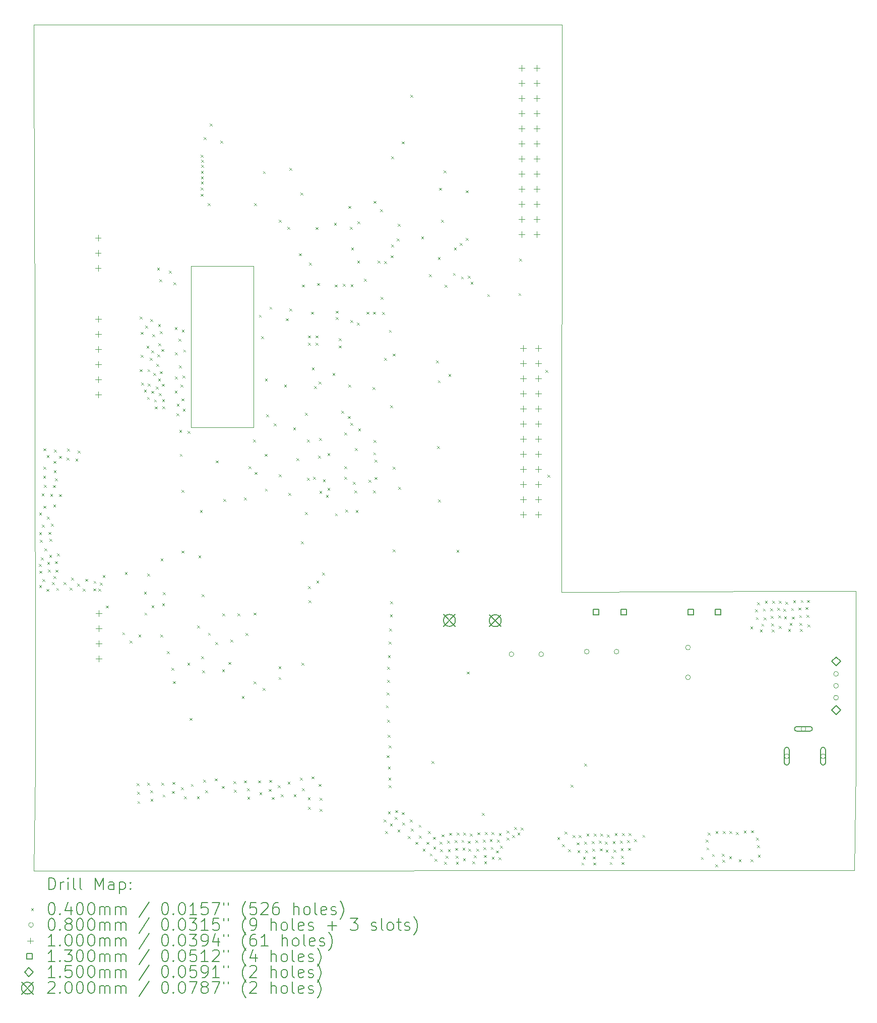
<source format=gbr>
%TF.GenerationSoftware,KiCad,Pcbnew,(6.0.9)*%
%TF.CreationDate,2022-11-23T00:31:02+01:00*%
%TF.ProjectId,Testapparaat,54657374-6170-4706-9172-6161742e6b69,rev?*%
%TF.SameCoordinates,Original*%
%TF.FileFunction,Drillmap*%
%TF.FilePolarity,Positive*%
%FSLAX45Y45*%
G04 Gerber Fmt 4.5, Leading zero omitted, Abs format (unit mm)*
G04 Created by KiCad (PCBNEW (6.0.9)) date 2022-11-23 00:31:02*
%MOMM*%
%LPD*%
G01*
G04 APERTURE LIST*
%ADD10C,0.100000*%
%ADD11C,0.200000*%
%ADD12C,0.040000*%
%ADD13C,0.080000*%
%ADD14C,0.130000*%
%ADD15C,0.150000*%
G04 APERTURE END LIST*
D10*
X18344700Y-2430050D02*
X9474700Y-2430050D01*
X18348750Y-3032125D02*
X18344700Y-2430050D01*
X9474700Y-16645050D02*
X22153300Y-16635450D01*
X9474700Y-2430050D02*
X9471100Y-3029650D01*
X9496100Y-14954650D02*
X9474700Y-16645050D01*
X23279100Y-14945050D02*
X23257700Y-16635450D01*
X18341100Y-11964650D02*
X22174700Y-11945050D01*
X18341100Y-11964650D02*
X18348750Y-3032125D01*
X22174700Y-11945050D02*
X23279100Y-11945050D01*
X22153300Y-16635450D02*
X23257700Y-16635450D01*
X23279100Y-12145050D02*
X23279100Y-11945050D01*
X9471100Y-3029650D02*
X9491100Y-7559650D01*
X9491100Y-7559650D02*
X9496100Y-14954650D01*
X23279100Y-14945050D02*
X23279100Y-12145050D01*
X12114700Y-6487550D02*
X13167200Y-6487550D01*
X13167200Y-6487550D02*
X13167200Y-9192550D01*
X13167200Y-9192550D02*
X12114700Y-9192550D01*
X12114700Y-9192550D02*
X12114700Y-6487550D01*
D11*
D12*
X9559700Y-11487550D02*
X9599700Y-11527550D01*
X9599700Y-11487550D02*
X9559700Y-11527550D01*
X9562200Y-10627550D02*
X9602200Y-10667550D01*
X9602200Y-10627550D02*
X9562200Y-10667550D01*
X9562200Y-10957550D02*
X9602200Y-10997550D01*
X9602200Y-10957550D02*
X9562200Y-10997550D01*
X9562200Y-11847550D02*
X9602200Y-11887550D01*
X9602200Y-11847550D02*
X9562200Y-11887550D01*
X9564700Y-11605050D02*
X9604700Y-11645050D01*
X9604700Y-11605050D02*
X9564700Y-11645050D01*
X9574700Y-11085050D02*
X9614700Y-11125050D01*
X9614700Y-11085050D02*
X9574700Y-11125050D01*
X9594700Y-11380050D02*
X9634700Y-11420050D01*
X9634700Y-11380050D02*
X9594700Y-11420050D01*
X9604700Y-10307550D02*
X9644700Y-10347550D01*
X9644700Y-10307550D02*
X9604700Y-10347550D01*
X9607200Y-10827550D02*
X9647200Y-10867550D01*
X9647200Y-10827550D02*
X9607200Y-10867550D01*
X9617200Y-11745050D02*
X9657200Y-11785050D01*
X9657200Y-11745050D02*
X9617200Y-11785050D01*
X9629700Y-10007550D02*
X9669700Y-10047550D01*
X9669700Y-10007550D02*
X9629700Y-10047550D01*
X9632200Y-10512550D02*
X9672200Y-10552550D01*
X9672200Y-10512550D02*
X9632200Y-10552550D01*
X9634700Y-9547550D02*
X9674700Y-9587550D01*
X9674700Y-9547550D02*
X9634700Y-9587550D01*
X9637200Y-9855050D02*
X9677200Y-9895050D01*
X9677200Y-9855050D02*
X9637200Y-9895050D01*
X9644700Y-10160050D02*
X9684700Y-10200050D01*
X9684700Y-10160050D02*
X9644700Y-10200050D01*
X9649700Y-11227550D02*
X9689700Y-11267550D01*
X9689700Y-11227550D02*
X9649700Y-11267550D01*
X9684700Y-11910050D02*
X9724700Y-11950050D01*
X9724700Y-11910050D02*
X9684700Y-11950050D01*
X9689700Y-9662550D02*
X9729700Y-9702550D01*
X9729700Y-9662550D02*
X9689700Y-9702550D01*
X9692200Y-10695050D02*
X9732200Y-10735050D01*
X9732200Y-10695050D02*
X9692200Y-10735050D01*
X9697200Y-11455050D02*
X9737200Y-11495050D01*
X9737200Y-11455050D02*
X9697200Y-11495050D01*
X9709700Y-11585050D02*
X9749700Y-11625050D01*
X9749700Y-11585050D02*
X9709700Y-11625050D01*
X9717200Y-10952550D02*
X9757200Y-10992550D01*
X9757200Y-10952550D02*
X9717200Y-10992550D01*
X9732200Y-11335050D02*
X9772200Y-11375050D01*
X9772200Y-11335050D02*
X9732200Y-11375050D01*
X9734700Y-11067550D02*
X9774700Y-11107550D01*
X9774700Y-11067550D02*
X9734700Y-11107550D01*
X9749700Y-10315050D02*
X9789700Y-10355050D01*
X9789700Y-10315050D02*
X9749700Y-10355050D01*
X9759700Y-10815050D02*
X9799700Y-10855050D01*
X9799700Y-10815050D02*
X9759700Y-10855050D01*
X9777200Y-11795050D02*
X9817200Y-11835050D01*
X9817200Y-11795050D02*
X9777200Y-11835050D01*
X9797200Y-10165050D02*
X9837200Y-10205050D01*
X9837200Y-10165050D02*
X9797200Y-10205050D01*
X9799700Y-10492550D02*
X9839700Y-10532550D01*
X9839700Y-10492550D02*
X9799700Y-10532550D01*
X9802200Y-11695050D02*
X9842200Y-11735050D01*
X9842200Y-11695050D02*
X9802200Y-11735050D01*
X9804700Y-9757550D02*
X9844700Y-9797550D01*
X9844700Y-9757550D02*
X9804700Y-9797550D01*
X9807200Y-9917550D02*
X9847200Y-9957550D01*
X9847200Y-9917550D02*
X9807200Y-9957550D01*
X9812200Y-9570050D02*
X9852200Y-9610050D01*
X9852200Y-9570050D02*
X9812200Y-9610050D01*
X9827200Y-11442550D02*
X9867200Y-11482550D01*
X9867200Y-11442550D02*
X9827200Y-11482550D01*
X9832200Y-10052550D02*
X9872200Y-10092550D01*
X9872200Y-10052550D02*
X9832200Y-10092550D01*
X9839700Y-11587550D02*
X9879700Y-11627550D01*
X9879700Y-11587550D02*
X9839700Y-11627550D01*
X9849700Y-11892550D02*
X9889700Y-11932550D01*
X9889700Y-11892550D02*
X9849700Y-11932550D01*
X9862200Y-11310050D02*
X9902200Y-11350050D01*
X9902200Y-11310050D02*
X9862200Y-11350050D01*
X9894700Y-9675050D02*
X9934700Y-9715050D01*
X9934700Y-9675050D02*
X9894700Y-9715050D01*
X9899700Y-10317550D02*
X9939700Y-10357550D01*
X9939700Y-10317550D02*
X9899700Y-10357550D01*
X9974700Y-11795050D02*
X10014700Y-11835050D01*
X10014700Y-11795050D02*
X9974700Y-11835050D01*
X10024700Y-9702550D02*
X10064700Y-9742550D01*
X10064700Y-9702550D02*
X10024700Y-9742550D01*
X10032200Y-9550050D02*
X10072200Y-9590050D01*
X10072200Y-9550050D02*
X10032200Y-9590050D01*
X10074700Y-11890050D02*
X10114700Y-11930050D01*
X10114700Y-11890050D02*
X10074700Y-11930050D01*
X10099700Y-11720050D02*
X10139700Y-11760050D01*
X10139700Y-11720050D02*
X10099700Y-11760050D01*
X10172200Y-9722550D02*
X10212200Y-9762550D01*
X10212200Y-9722550D02*
X10172200Y-9762550D01*
X10204700Y-11820050D02*
X10244700Y-11860050D01*
X10244700Y-11820050D02*
X10204700Y-11860050D01*
X10212200Y-9582550D02*
X10252200Y-9622550D01*
X10252200Y-9582550D02*
X10212200Y-9622550D01*
X10294700Y-11907550D02*
X10334700Y-11947550D01*
X10334700Y-11907550D02*
X10294700Y-11947550D01*
X10337200Y-11740050D02*
X10377200Y-11780050D01*
X10377200Y-11740050D02*
X10337200Y-11780050D01*
X10472200Y-11900050D02*
X10512200Y-11940050D01*
X10512200Y-11900050D02*
X10472200Y-11940050D01*
X10477200Y-11772550D02*
X10517200Y-11812550D01*
X10517200Y-11772550D02*
X10477200Y-11812550D01*
X10557200Y-11902550D02*
X10597200Y-11942550D01*
X10597200Y-11902550D02*
X10557200Y-11942550D01*
X10584700Y-11805050D02*
X10624700Y-11845050D01*
X10624700Y-11805050D02*
X10584700Y-11845050D01*
X10629700Y-11675050D02*
X10669700Y-11715050D01*
X10669700Y-11675050D02*
X10629700Y-11715050D01*
X10682200Y-12187550D02*
X10722200Y-12227550D01*
X10722200Y-12187550D02*
X10682200Y-12227550D01*
X10959700Y-12637550D02*
X10999700Y-12677550D01*
X10999700Y-12637550D02*
X10959700Y-12677550D01*
X11002150Y-11625050D02*
X11042150Y-11665050D01*
X11042150Y-11625050D02*
X11002150Y-11665050D01*
X11079700Y-12775050D02*
X11119700Y-12815050D01*
X11119700Y-12775050D02*
X11079700Y-12815050D01*
X11202200Y-15172550D02*
X11242200Y-15212550D01*
X11242200Y-15172550D02*
X11202200Y-15212550D01*
X11212200Y-15315050D02*
X11252200Y-15355050D01*
X11252200Y-15315050D02*
X11212200Y-15355050D01*
X11214700Y-15472550D02*
X11254700Y-15512550D01*
X11254700Y-15472550D02*
X11214700Y-15512550D01*
X11229700Y-12675050D02*
X11269700Y-12715050D01*
X11269700Y-12675050D02*
X11229700Y-12715050D01*
X11254700Y-7332550D02*
X11294700Y-7372550D01*
X11294700Y-7332550D02*
X11254700Y-7372550D01*
X11254700Y-8217550D02*
X11294700Y-8257550D01*
X11294700Y-8217550D02*
X11254700Y-8257550D01*
X11269700Y-7590050D02*
X11309700Y-7630050D01*
X11309700Y-7590050D02*
X11269700Y-7630050D01*
X11269700Y-7977550D02*
X11309700Y-8017550D01*
X11309700Y-7977550D02*
X11269700Y-8017550D01*
X11277200Y-8442550D02*
X11317200Y-8482550D01*
X11317200Y-8442550D02*
X11277200Y-8482550D01*
X11324700Y-8562550D02*
X11364700Y-8602550D01*
X11364700Y-8562550D02*
X11324700Y-8602550D01*
X11324700Y-11954599D02*
X11364700Y-11994599D01*
X11364700Y-11954599D02*
X11324700Y-11994599D01*
X11332200Y-12307550D02*
X11372200Y-12347550D01*
X11372200Y-12307550D02*
X11332200Y-12347550D01*
X11347200Y-7482550D02*
X11387200Y-7522550D01*
X11387200Y-7482550D02*
X11347200Y-7522550D01*
X11367200Y-7822550D02*
X11407200Y-7862550D01*
X11407200Y-7822550D02*
X11367200Y-7862550D01*
X11374700Y-8682550D02*
X11414700Y-8722550D01*
X11414700Y-8682550D02*
X11374700Y-8722550D01*
X11379700Y-11650050D02*
X11419700Y-11690050D01*
X11419700Y-11650050D02*
X11379700Y-11690050D01*
X11379700Y-15162550D02*
X11419700Y-15202550D01*
X11419700Y-15162550D02*
X11379700Y-15202550D01*
X11382200Y-8217550D02*
X11422200Y-8257550D01*
X11422200Y-8217550D02*
X11382200Y-8257550D01*
X11389700Y-8457550D02*
X11429700Y-8497550D01*
X11429700Y-8457550D02*
X11389700Y-8497550D01*
X11422200Y-8025050D02*
X11462200Y-8065050D01*
X11462200Y-8025050D02*
X11422200Y-8065050D01*
X11427200Y-15292550D02*
X11467200Y-15332550D01*
X11467200Y-15292550D02*
X11427200Y-15332550D01*
X11432200Y-7372550D02*
X11472200Y-7412550D01*
X11472200Y-7372550D02*
X11432200Y-7412550D01*
X11434700Y-15437550D02*
X11474700Y-15477550D01*
X11474700Y-15437550D02*
X11434700Y-15477550D01*
X11447200Y-7900050D02*
X11487200Y-7940050D01*
X11487200Y-7900050D02*
X11447200Y-7940050D01*
X11447200Y-8582550D02*
X11487200Y-8622550D01*
X11487200Y-8582550D02*
X11447200Y-8622550D01*
X11449583Y-12181376D02*
X11489583Y-12221376D01*
X11489583Y-12181376D02*
X11449583Y-12221376D01*
X11462200Y-7630050D02*
X11502200Y-7670050D01*
X11502200Y-7630050D02*
X11462200Y-7670050D01*
X11482200Y-8282550D02*
X11522200Y-8322550D01*
X11522200Y-8282550D02*
X11482200Y-8322550D01*
X11492200Y-8725050D02*
X11532200Y-8765050D01*
X11532200Y-8725050D02*
X11492200Y-8765050D01*
X11504700Y-8845050D02*
X11544700Y-8885050D01*
X11544700Y-8845050D02*
X11504700Y-8885050D01*
X11524700Y-8507550D02*
X11564700Y-8547550D01*
X11564700Y-8507550D02*
X11524700Y-8547550D01*
X11532200Y-8130050D02*
X11572200Y-8170050D01*
X11572200Y-8130050D02*
X11532200Y-8170050D01*
X11544700Y-6512550D02*
X11584700Y-6552550D01*
X11584700Y-6512550D02*
X11544700Y-6552550D01*
X11547200Y-7970050D02*
X11587200Y-8010050D01*
X11587200Y-7970050D02*
X11547200Y-8010050D01*
X11559700Y-7460050D02*
X11599700Y-7500050D01*
X11599700Y-7460050D02*
X11559700Y-7500050D01*
X11559700Y-8375050D02*
X11599700Y-8415050D01*
X11599700Y-8375050D02*
X11559700Y-8415050D01*
X11562200Y-7780050D02*
X11602200Y-7820050D01*
X11602200Y-7780050D02*
X11562200Y-7820050D01*
X11572200Y-8620050D02*
X11612200Y-8660050D01*
X11612200Y-8620050D02*
X11572200Y-8660050D01*
X11584700Y-6707550D02*
X11624700Y-6747550D01*
X11624700Y-6707550D02*
X11584700Y-6747550D01*
X11589700Y-7580050D02*
X11629700Y-7620050D01*
X11629700Y-7580050D02*
X11589700Y-7620050D01*
X11589700Y-8252550D02*
X11629700Y-8292550D01*
X11629700Y-8252550D02*
X11589700Y-8292550D01*
X11599700Y-12675050D02*
X11639700Y-12715050D01*
X11639700Y-12675050D02*
X11599700Y-12715050D01*
X11602200Y-11395050D02*
X11642200Y-11435050D01*
X11642200Y-11395050D02*
X11602200Y-11435050D01*
X11614700Y-7880050D02*
X11654700Y-7920050D01*
X11654700Y-7880050D02*
X11614700Y-7920050D01*
X11614700Y-15162550D02*
X11654700Y-15202550D01*
X11654700Y-15162550D02*
X11614700Y-15202550D01*
X11624700Y-8462550D02*
X11664700Y-8502550D01*
X11664700Y-8462550D02*
X11624700Y-8502550D01*
X11629700Y-8720050D02*
X11669700Y-8760050D01*
X11669700Y-8720050D02*
X11629700Y-8760050D01*
X11629700Y-12150050D02*
X11669700Y-12190050D01*
X11669700Y-12150050D02*
X11629700Y-12190050D01*
X11632200Y-8842550D02*
X11672200Y-8882550D01*
X11672200Y-8842550D02*
X11632200Y-8882550D01*
X11637200Y-15362550D02*
X11677200Y-15402550D01*
X11677200Y-15362550D02*
X11637200Y-15402550D01*
X11640950Y-11965050D02*
X11680950Y-12005050D01*
X11680950Y-11965050D02*
X11640950Y-12005050D01*
X11710700Y-12957550D02*
X11750700Y-12997550D01*
X11750700Y-12957550D02*
X11710700Y-12997550D01*
X11744700Y-6562550D02*
X11784700Y-6602550D01*
X11784700Y-6562550D02*
X11744700Y-6602550D01*
X11783150Y-13232550D02*
X11823150Y-13272550D01*
X11823150Y-13232550D02*
X11783150Y-13272550D01*
X11792200Y-15305050D02*
X11832200Y-15345050D01*
X11832200Y-15305050D02*
X11792200Y-15345050D01*
X11802200Y-15152550D02*
X11842200Y-15192550D01*
X11842200Y-15152550D02*
X11802200Y-15192550D01*
X11812200Y-13457550D02*
X11852200Y-13497550D01*
X11852200Y-13457550D02*
X11812200Y-13497550D01*
X11817200Y-6755050D02*
X11857200Y-6795050D01*
X11857200Y-6755050D02*
X11817200Y-6795050D01*
X11839700Y-7510050D02*
X11879700Y-7550050D01*
X11879700Y-7510050D02*
X11839700Y-7550050D01*
X11839700Y-8580050D02*
X11879700Y-8620050D01*
X11879700Y-8580050D02*
X11839700Y-8620050D01*
X11847200Y-7935050D02*
X11887200Y-7975050D01*
X11887200Y-7935050D02*
X11847200Y-7975050D01*
X11847200Y-8337550D02*
X11887200Y-8377550D01*
X11887200Y-8337550D02*
X11847200Y-8377550D01*
X11872200Y-8960050D02*
X11912200Y-9000050D01*
X11912200Y-8960050D02*
X11872200Y-9000050D01*
X11874700Y-8795050D02*
X11914700Y-8835050D01*
X11914700Y-8795050D02*
X11874700Y-8835050D01*
X11904700Y-7702550D02*
X11944700Y-7742550D01*
X11944700Y-7702550D02*
X11904700Y-7742550D01*
X11912200Y-8152550D02*
X11952200Y-8192550D01*
X11952200Y-8152550D02*
X11912200Y-8192550D01*
X11917200Y-9237550D02*
X11957200Y-9277550D01*
X11957200Y-9237550D02*
X11917200Y-9277550D01*
X11924150Y-9639500D02*
X11964150Y-9679500D01*
X11964150Y-9639500D02*
X11924150Y-9679500D01*
X11937200Y-8475050D02*
X11977200Y-8515050D01*
X11977200Y-8475050D02*
X11937200Y-8515050D01*
X11947200Y-15240050D02*
X11987200Y-15280050D01*
X11987200Y-15240050D02*
X11947200Y-15280050D01*
X11952200Y-8707550D02*
X11992200Y-8747550D01*
X11992200Y-8707550D02*
X11952200Y-8747550D01*
X11952200Y-11265050D02*
X11992200Y-11305050D01*
X11992200Y-11265050D02*
X11952200Y-11305050D01*
X11957200Y-10244050D02*
X11997200Y-10284050D01*
X11997200Y-10244050D02*
X11957200Y-10284050D01*
X11959700Y-7550050D02*
X11999700Y-7590050D01*
X11999700Y-7550050D02*
X11959700Y-7590050D01*
X11969700Y-8322550D02*
X12009700Y-8362550D01*
X12009700Y-8322550D02*
X11969700Y-8362550D01*
X11974700Y-8880050D02*
X12014700Y-8920050D01*
X12014700Y-8880050D02*
X11974700Y-8920050D01*
X11984700Y-7887550D02*
X12024700Y-7927550D01*
X12024700Y-7887550D02*
X11984700Y-7927550D01*
X11999700Y-15395050D02*
X12039700Y-15435050D01*
X12039700Y-15395050D02*
X11999700Y-15435050D01*
X12052250Y-13150050D02*
X12092250Y-13190050D01*
X12092250Y-13150050D02*
X12052250Y-13190050D01*
X12057200Y-9257600D02*
X12097200Y-9297600D01*
X12097200Y-9257600D02*
X12057200Y-9297600D01*
X12089700Y-14077550D02*
X12129700Y-14117550D01*
X12129700Y-14077550D02*
X12089700Y-14117550D01*
X12112200Y-15185050D02*
X12152200Y-15225050D01*
X12152200Y-15185050D02*
X12112200Y-15225050D01*
X12212200Y-15395050D02*
X12252200Y-15435050D01*
X12252200Y-15395050D02*
X12212200Y-15435050D01*
X12219700Y-12520050D02*
X12259700Y-12560050D01*
X12259700Y-12520050D02*
X12219700Y-12560050D01*
X12237200Y-11347550D02*
X12277200Y-11387550D01*
X12277200Y-11347550D02*
X12237200Y-11387550D01*
X12264700Y-10585050D02*
X12304700Y-10625050D01*
X12304700Y-10585050D02*
X12264700Y-10625050D01*
X12276700Y-5271050D02*
X12316700Y-5311050D01*
X12316700Y-5271050D02*
X12276700Y-5311050D01*
X12278700Y-4614050D02*
X12318700Y-4654050D01*
X12318700Y-4614050D02*
X12278700Y-4654050D01*
X12278700Y-5163050D02*
X12318700Y-5203050D01*
X12318700Y-5163050D02*
X12278700Y-5203050D01*
X12279700Y-4978050D02*
X12319700Y-5018050D01*
X12319700Y-4978050D02*
X12279700Y-5018050D01*
X12279700Y-5063050D02*
X12319700Y-5103050D01*
X12319700Y-5063050D02*
X12279700Y-5103050D01*
X12280700Y-4886050D02*
X12320700Y-4926050D01*
X12320700Y-4886050D02*
X12280700Y-4926050D01*
X12281700Y-4701050D02*
X12321700Y-4741050D01*
X12321700Y-4701050D02*
X12281700Y-4741050D01*
X12281700Y-4783050D02*
X12321700Y-4823050D01*
X12321700Y-4783050D02*
X12281700Y-4823050D01*
X12281700Y-13042050D02*
X12321700Y-13082050D01*
X12321700Y-13042050D02*
X12281700Y-13082050D01*
X12294700Y-11995050D02*
X12334700Y-12035050D01*
X12334700Y-11995050D02*
X12294700Y-12035050D01*
X12304700Y-13275050D02*
X12344700Y-13315050D01*
X12344700Y-13275050D02*
X12304700Y-13315050D01*
X12317200Y-15115050D02*
X12357200Y-15155050D01*
X12357200Y-15115050D02*
X12317200Y-15155050D01*
X12325700Y-4319500D02*
X12365700Y-4359500D01*
X12365700Y-4319500D02*
X12325700Y-4359500D01*
X12352200Y-15290050D02*
X12392200Y-15330050D01*
X12392200Y-15290050D02*
X12352200Y-15330050D01*
X12395700Y-5425050D02*
X12435700Y-5465050D01*
X12435700Y-5425050D02*
X12395700Y-5465050D01*
X12399700Y-12645050D02*
X12439700Y-12685050D01*
X12439700Y-12645050D02*
X12399700Y-12685050D01*
X12426700Y-4089050D02*
X12466700Y-4129050D01*
X12466700Y-4089050D02*
X12426700Y-4129050D01*
X12512200Y-15092550D02*
X12552200Y-15132550D01*
X12552200Y-15092550D02*
X12512200Y-15132550D01*
X12522200Y-12800050D02*
X12562200Y-12840050D01*
X12562200Y-12800050D02*
X12522200Y-12840050D01*
X12529700Y-9750050D02*
X12569700Y-9790050D01*
X12569700Y-9750050D02*
X12529700Y-9790050D01*
X12604700Y-4375050D02*
X12644700Y-4415050D01*
X12644700Y-4375050D02*
X12604700Y-4415050D01*
X12629700Y-15220050D02*
X12669700Y-15260050D01*
X12669700Y-15220050D02*
X12629700Y-15260050D01*
X12637200Y-13257550D02*
X12677200Y-13297550D01*
X12677200Y-13257550D02*
X12637200Y-13297550D01*
X12642200Y-12317550D02*
X12682200Y-12357550D01*
X12682200Y-12317550D02*
X12642200Y-12357550D01*
X12654700Y-10400050D02*
X12694700Y-10440050D01*
X12694700Y-10400050D02*
X12654700Y-10440050D01*
X12739700Y-13137550D02*
X12779700Y-13177550D01*
X12779700Y-13137550D02*
X12739700Y-13177550D01*
X12774700Y-12762550D02*
X12814700Y-12802550D01*
X12814700Y-12762550D02*
X12774700Y-12802550D01*
X12827200Y-15137550D02*
X12867200Y-15177550D01*
X12867200Y-15137550D02*
X12827200Y-15177550D01*
X12837200Y-15280050D02*
X12877200Y-15320050D01*
X12877200Y-15280050D02*
X12837200Y-15320050D01*
X12894700Y-12322550D02*
X12934700Y-12362550D01*
X12934700Y-12322550D02*
X12894700Y-12362550D01*
X12967200Y-13710050D02*
X13007200Y-13750050D01*
X13007200Y-13710050D02*
X12967200Y-13750050D01*
X13004700Y-10375050D02*
X13044700Y-10415050D01*
X13044700Y-10375050D02*
X13004700Y-10415050D01*
X13004700Y-15127550D02*
X13044700Y-15167550D01*
X13044700Y-15127550D02*
X13004700Y-15167550D01*
X13029700Y-12650050D02*
X13069700Y-12690050D01*
X13069700Y-12650050D02*
X13029700Y-12690050D01*
X13052200Y-15257550D02*
X13092200Y-15297550D01*
X13092200Y-15257550D02*
X13052200Y-15297550D01*
X13059700Y-15402550D02*
X13099700Y-15442550D01*
X13099700Y-15402550D02*
X13059700Y-15442550D01*
X13079700Y-9850050D02*
X13119700Y-9890050D01*
X13119700Y-9850050D02*
X13079700Y-9890050D01*
X13154700Y-9400050D02*
X13194700Y-9440050D01*
X13194700Y-9400050D02*
X13154700Y-9440050D01*
X13162200Y-12307550D02*
X13202200Y-12347550D01*
X13202200Y-12307550D02*
X13162200Y-12347550D01*
X13167200Y-13463750D02*
X13207200Y-13503750D01*
X13207200Y-13463750D02*
X13167200Y-13503750D01*
X13174700Y-5429600D02*
X13214700Y-5469600D01*
X13214700Y-5429600D02*
X13174700Y-5469600D01*
X13179700Y-9945050D02*
X13219700Y-9985050D01*
X13219700Y-9945050D02*
X13179700Y-9985050D01*
X13239700Y-15127550D02*
X13279700Y-15167550D01*
X13279700Y-15127550D02*
X13239700Y-15167550D01*
X13253450Y-7303800D02*
X13293450Y-7343800D01*
X13293450Y-7303800D02*
X13253450Y-7343800D01*
X13262200Y-15327550D02*
X13302200Y-15367550D01*
X13302200Y-15327550D02*
X13262200Y-15367550D01*
X13292200Y-7665050D02*
X13332200Y-7705050D01*
X13332200Y-7665050D02*
X13292200Y-7705050D01*
X13317200Y-13575050D02*
X13357200Y-13615050D01*
X13357200Y-13575050D02*
X13317200Y-13615050D01*
X13322200Y-4890050D02*
X13362200Y-4930050D01*
X13362200Y-4890050D02*
X13322200Y-4930050D01*
X13351650Y-9639500D02*
X13391650Y-9679500D01*
X13391650Y-9639500D02*
X13351650Y-9679500D01*
X13354700Y-8375050D02*
X13394700Y-8415050D01*
X13394700Y-8375050D02*
X13354700Y-8415050D01*
X13354700Y-10225050D02*
X13394700Y-10265050D01*
X13394700Y-10225050D02*
X13354700Y-10265050D01*
X13379700Y-8975050D02*
X13419700Y-9015050D01*
X13419700Y-8975050D02*
X13379700Y-9015050D01*
X13417200Y-15270050D02*
X13457200Y-15310050D01*
X13457200Y-15270050D02*
X13417200Y-15310050D01*
X13427200Y-15117550D02*
X13467200Y-15157550D01*
X13467200Y-15117550D02*
X13427200Y-15157550D01*
X13432200Y-7167550D02*
X13472200Y-7207550D01*
X13472200Y-7167550D02*
X13432200Y-7207550D01*
X13467200Y-15405050D02*
X13507200Y-15445050D01*
X13507200Y-15405050D02*
X13467200Y-15445050D01*
X13504700Y-9125050D02*
X13544700Y-9165050D01*
X13544700Y-9125050D02*
X13504700Y-9165050D01*
X13572200Y-15205050D02*
X13612200Y-15245050D01*
X13612200Y-15205050D02*
X13572200Y-15245050D01*
X13584700Y-13208800D02*
X13624700Y-13248800D01*
X13624700Y-13208800D02*
X13584700Y-13248800D01*
X13584700Y-13391300D02*
X13624700Y-13431300D01*
X13624700Y-13391300D02*
X13584700Y-13431300D01*
X13589700Y-5705050D02*
X13629700Y-5745050D01*
X13629700Y-5705050D02*
X13589700Y-5745050D01*
X13589700Y-9980050D02*
X13629700Y-10020050D01*
X13629700Y-9980050D02*
X13589700Y-10020050D01*
X13624700Y-15360050D02*
X13664700Y-15400050D01*
X13664700Y-15360050D02*
X13624700Y-15400050D01*
X13677150Y-8475050D02*
X13717150Y-8515050D01*
X13717150Y-8475050D02*
X13677150Y-8515050D01*
X13709788Y-7363082D02*
X13749788Y-7403082D01*
X13749788Y-7363082D02*
X13709788Y-7403082D01*
X13729700Y-5825050D02*
X13769700Y-5865050D01*
X13769700Y-5825050D02*
X13729700Y-5865050D01*
X13737200Y-15150050D02*
X13777200Y-15190050D01*
X13777200Y-15150050D02*
X13737200Y-15190050D01*
X13750930Y-10293780D02*
X13790930Y-10333780D01*
X13790930Y-10293780D02*
X13750930Y-10333780D01*
X13764700Y-4837550D02*
X13804700Y-4877550D01*
X13804700Y-4837550D02*
X13764700Y-4877550D01*
X13764700Y-7200050D02*
X13804700Y-7240050D01*
X13804700Y-7200050D02*
X13764700Y-7240050D01*
X13829700Y-9197500D02*
X13869700Y-9237500D01*
X13869700Y-9197500D02*
X13829700Y-9237500D01*
X13837200Y-15360050D02*
X13877200Y-15400050D01*
X13877200Y-15360050D02*
X13837200Y-15400050D01*
X13884700Y-9712550D02*
X13924700Y-9752550D01*
X13924700Y-9712550D02*
X13884700Y-9752550D01*
X13924450Y-6271050D02*
X13964450Y-6311050D01*
X13964450Y-6271050D02*
X13924450Y-6311050D01*
X13942200Y-15080050D02*
X13982200Y-15120050D01*
X13982200Y-15080050D02*
X13942200Y-15120050D01*
X13954700Y-5250050D02*
X13994700Y-5290050D01*
X13994700Y-5250050D02*
X13954700Y-5290050D01*
X13963038Y-11106787D02*
X14003038Y-11146787D01*
X14003038Y-11106787D02*
X13963038Y-11146787D01*
X13969700Y-13147550D02*
X14009700Y-13187550D01*
X14009700Y-13147550D02*
X13969700Y-13187550D01*
X13977200Y-15255050D02*
X14017200Y-15295050D01*
X14017200Y-15255050D02*
X13977200Y-15295050D01*
X13979700Y-6795050D02*
X14019700Y-6835050D01*
X14019700Y-6795050D02*
X13979700Y-6835050D01*
X14027200Y-10617550D02*
X14067200Y-10657550D01*
X14067200Y-10617550D02*
X14027200Y-10657550D01*
X14028470Y-8951280D02*
X14068470Y-8991280D01*
X14068470Y-8951280D02*
X14028470Y-8991280D01*
X14059700Y-10045050D02*
X14099700Y-10085050D01*
X14099700Y-10045050D02*
X14059700Y-10085050D01*
X14064700Y-9400050D02*
X14104700Y-9440050D01*
X14104700Y-9400050D02*
X14064700Y-9440050D01*
X14074700Y-15407550D02*
X14114700Y-15447550D01*
X14114700Y-15407550D02*
X14074700Y-15447550D01*
X14077200Y-11860050D02*
X14117200Y-11900050D01*
X14117200Y-11860050D02*
X14077200Y-11900050D01*
X14077200Y-15572550D02*
X14117200Y-15612550D01*
X14117200Y-15572550D02*
X14077200Y-15612550D01*
X14079700Y-7650050D02*
X14119700Y-7690050D01*
X14119700Y-7650050D02*
X14079700Y-7690050D01*
X14079700Y-7775050D02*
X14119700Y-7815050D01*
X14119700Y-7775050D02*
X14079700Y-7815050D01*
X14089700Y-12102550D02*
X14129700Y-12142550D01*
X14129700Y-12102550D02*
X14089700Y-12142550D01*
X14098700Y-6427050D02*
X14138700Y-6467050D01*
X14138700Y-6427050D02*
X14098700Y-6467050D01*
X14131200Y-7251550D02*
X14171200Y-7291550D01*
X14171200Y-7251550D02*
X14131200Y-7291550D01*
X14137200Y-15057550D02*
X14177200Y-15097550D01*
X14177200Y-15057550D02*
X14137200Y-15097550D01*
X14142200Y-8185050D02*
X14182200Y-8225050D01*
X14182200Y-8185050D02*
X14142200Y-8225050D01*
X14162200Y-10025050D02*
X14202200Y-10065050D01*
X14202200Y-10025050D02*
X14162200Y-10065050D01*
X14179700Y-8500050D02*
X14219700Y-8540050D01*
X14219700Y-8500050D02*
X14179700Y-8540050D01*
X14204700Y-5829500D02*
X14244700Y-5869500D01*
X14244700Y-5829500D02*
X14204700Y-5869500D01*
X14204700Y-7650050D02*
X14244700Y-7690050D01*
X14244700Y-7650050D02*
X14204700Y-7690050D01*
X14204700Y-7775050D02*
X14244700Y-7815050D01*
X14244700Y-7775050D02*
X14204700Y-7815050D01*
X14219700Y-11767550D02*
X14259700Y-11807550D01*
X14259700Y-11767550D02*
X14219700Y-11807550D01*
X14234700Y-6770050D02*
X14274700Y-6810050D01*
X14274700Y-6770050D02*
X14234700Y-6810050D01*
X14247200Y-9670050D02*
X14287200Y-9710050D01*
X14287200Y-9670050D02*
X14247200Y-9710050D01*
X14254700Y-8425050D02*
X14294700Y-8465050D01*
X14294700Y-8425050D02*
X14254700Y-8465050D01*
X14254700Y-15185050D02*
X14294700Y-15225050D01*
X14294700Y-15185050D02*
X14254700Y-15225050D01*
X14264700Y-9372550D02*
X14304700Y-9412550D01*
X14304700Y-9372550D02*
X14264700Y-9412550D01*
X14269700Y-10260050D02*
X14309700Y-10300050D01*
X14309700Y-10260050D02*
X14269700Y-10300050D01*
X14277200Y-15417550D02*
X14317200Y-15457550D01*
X14317200Y-15417550D02*
X14277200Y-15457550D01*
X14277200Y-15602550D02*
X14317200Y-15642550D01*
X14317200Y-15602550D02*
X14277200Y-15642550D01*
X14319700Y-11635050D02*
X14359700Y-11675050D01*
X14359700Y-11635050D02*
X14319700Y-11675050D01*
X14329700Y-10065050D02*
X14369700Y-10105050D01*
X14369700Y-10065050D02*
X14329700Y-10105050D01*
X14379700Y-10330050D02*
X14419700Y-10370050D01*
X14419700Y-10330050D02*
X14379700Y-10370050D01*
X14404700Y-9625050D02*
X14444700Y-9665050D01*
X14444700Y-9625050D02*
X14404700Y-9665050D01*
X14404700Y-10210050D02*
X14444700Y-10250050D01*
X14444700Y-10210050D02*
X14404700Y-10250050D01*
X14489700Y-8282550D02*
X14529700Y-8322550D01*
X14529700Y-8282550D02*
X14489700Y-8322550D01*
X14516500Y-5757050D02*
X14556500Y-5797050D01*
X14556500Y-5757050D02*
X14516500Y-5797050D01*
X14529700Y-6795050D02*
X14569700Y-6835050D01*
X14569700Y-6795050D02*
X14529700Y-6835050D01*
X14532150Y-10640050D02*
X14572150Y-10680050D01*
X14572150Y-10640050D02*
X14532150Y-10680050D01*
X14547200Y-7235050D02*
X14587200Y-7275050D01*
X14587200Y-7235050D02*
X14547200Y-7275050D01*
X14547200Y-7339000D02*
X14587200Y-7379000D01*
X14587200Y-7339000D02*
X14547200Y-7379000D01*
X14594700Y-7695050D02*
X14634700Y-7735050D01*
X14634700Y-7695050D02*
X14594700Y-7735050D01*
X14594700Y-7820050D02*
X14634700Y-7860050D01*
X14634700Y-7820050D02*
X14594700Y-7860050D01*
X14639700Y-8915050D02*
X14679700Y-8955050D01*
X14679700Y-8915050D02*
X14639700Y-8955050D01*
X14664700Y-6785050D02*
X14704700Y-6825050D01*
X14704700Y-6785050D02*
X14664700Y-6825050D01*
X14687200Y-9845050D02*
X14727200Y-9885050D01*
X14727200Y-9845050D02*
X14687200Y-9885050D01*
X14687200Y-10025050D02*
X14727200Y-10065050D01*
X14727200Y-10025050D02*
X14687200Y-10065050D01*
X14690700Y-9279050D02*
X14730700Y-9319050D01*
X14730700Y-9279050D02*
X14690700Y-9319050D01*
X14707200Y-10572550D02*
X14747200Y-10612550D01*
X14747200Y-10572550D02*
X14707200Y-10612550D01*
X14749700Y-9005050D02*
X14789700Y-9045050D01*
X14789700Y-9005050D02*
X14749700Y-9045050D01*
X14754700Y-5475050D02*
X14794700Y-5515050D01*
X14794700Y-5475050D02*
X14754700Y-5515050D01*
X14754700Y-8475050D02*
X14794700Y-8515050D01*
X14794700Y-8475050D02*
X14754700Y-8515050D01*
X14779700Y-5825050D02*
X14819700Y-5865050D01*
X14819700Y-5825050D02*
X14779700Y-5865050D01*
X14789700Y-7395050D02*
X14829700Y-7435050D01*
X14829700Y-7395050D02*
X14789700Y-7435050D01*
X14793250Y-9118264D02*
X14833250Y-9158264D01*
X14833250Y-9118264D02*
X14793250Y-9158264D01*
X14794700Y-6790050D02*
X14834700Y-6830050D01*
X14834700Y-6790050D02*
X14794700Y-6830050D01*
X14804700Y-6175050D02*
X14844700Y-6215050D01*
X14844700Y-6175050D02*
X14804700Y-6215050D01*
X14830700Y-10108600D02*
X14870700Y-10148600D01*
X14870700Y-10108600D02*
X14830700Y-10148600D01*
X14861457Y-10254539D02*
X14901457Y-10294539D01*
X14901457Y-10254539D02*
X14861457Y-10294539D01*
X14867200Y-9545050D02*
X14907200Y-9585050D01*
X14907200Y-9545050D02*
X14867200Y-9585050D01*
X14879700Y-10582550D02*
X14919700Y-10622550D01*
X14919700Y-10582550D02*
X14879700Y-10622550D01*
X14899700Y-7435050D02*
X14939700Y-7475050D01*
X14939700Y-7435050D02*
X14899700Y-7475050D01*
X14905930Y-6391280D02*
X14945930Y-6431280D01*
X14945930Y-6391280D02*
X14905930Y-6431280D01*
X14907200Y-5735000D02*
X14947200Y-5775000D01*
X14947200Y-5735000D02*
X14907200Y-5775000D01*
X14922200Y-9215050D02*
X14962200Y-9255050D01*
X14962200Y-9215050D02*
X14922200Y-9255050D01*
X15019700Y-6695050D02*
X15059700Y-6735050D01*
X15059700Y-6695050D02*
X15019700Y-6735050D01*
X15059700Y-7252550D02*
X15099700Y-7292550D01*
X15099700Y-7252550D02*
X15059700Y-7292550D01*
X15093430Y-10078820D02*
X15133430Y-10118820D01*
X15133430Y-10078820D02*
X15093430Y-10118820D01*
X15164700Y-8520050D02*
X15204700Y-8560050D01*
X15204700Y-8520050D02*
X15164700Y-8560050D01*
X15172200Y-7252550D02*
X15212200Y-7292550D01*
X15212200Y-7252550D02*
X15172200Y-7292550D01*
X15172200Y-10252550D02*
X15212200Y-10292550D01*
X15212200Y-10252550D02*
X15172200Y-10292550D01*
X15177200Y-9615050D02*
X15217200Y-9655050D01*
X15217200Y-9615050D02*
X15177200Y-9655050D01*
X15182200Y-5390050D02*
X15222200Y-5430050D01*
X15222200Y-5390050D02*
X15182200Y-5430050D01*
X15182200Y-9405050D02*
X15222200Y-9445050D01*
X15222200Y-9405050D02*
X15182200Y-9445050D01*
X15194700Y-9740050D02*
X15234700Y-9780050D01*
X15234700Y-9740050D02*
X15194700Y-9780050D01*
X15197200Y-10030050D02*
X15237200Y-10070050D01*
X15237200Y-10030050D02*
X15197200Y-10070050D01*
X15247250Y-6391280D02*
X15287250Y-6431280D01*
X15287250Y-6391280D02*
X15247250Y-6431280D01*
X15289750Y-5528580D02*
X15329750Y-5568580D01*
X15329750Y-5528580D02*
X15289750Y-5568580D01*
X15297250Y-7000050D02*
X15337250Y-7040050D01*
X15337250Y-7000050D02*
X15297250Y-7040050D01*
X15327200Y-7255050D02*
X15367200Y-7295050D01*
X15367200Y-7255050D02*
X15327200Y-7295050D01*
X15347200Y-15780050D02*
X15387200Y-15820050D01*
X15387200Y-15780050D02*
X15347200Y-15820050D01*
X15357150Y-8029050D02*
X15397150Y-8069050D01*
X15397150Y-8029050D02*
X15357150Y-8069050D01*
X15358470Y-6401280D02*
X15398470Y-6441280D01*
X15398470Y-6401280D02*
X15358470Y-6441280D01*
X15374700Y-15975050D02*
X15414700Y-16015050D01*
X15414700Y-15975050D02*
X15374700Y-16015050D01*
X15387200Y-13865050D02*
X15427200Y-13905050D01*
X15427200Y-13865050D02*
X15387200Y-13905050D01*
X15402200Y-13650050D02*
X15442200Y-13690050D01*
X15442200Y-13650050D02*
X15402200Y-13690050D01*
X15402200Y-14702550D02*
X15442200Y-14742550D01*
X15442200Y-14702550D02*
X15402200Y-14742550D01*
X15409700Y-13215050D02*
X15449700Y-13255050D01*
X15449700Y-13215050D02*
X15409700Y-13255050D01*
X15409700Y-13437550D02*
X15449700Y-13477550D01*
X15449700Y-13437550D02*
X15409700Y-13477550D01*
X15409700Y-14105050D02*
X15449700Y-14145050D01*
X15449700Y-14105050D02*
X15409700Y-14145050D01*
X15414700Y-14360050D02*
X15454700Y-14400050D01*
X15454700Y-14360050D02*
X15414700Y-14400050D01*
X15422200Y-13022550D02*
X15462200Y-13062550D01*
X15462200Y-13022550D02*
X15422200Y-13062550D01*
X15422200Y-14895050D02*
X15462200Y-14935050D01*
X15462200Y-14895050D02*
X15422200Y-14935050D01*
X15422200Y-15645050D02*
X15462200Y-15685050D01*
X15462200Y-15645050D02*
X15422200Y-15685050D01*
X15429700Y-15082550D02*
X15469700Y-15122550D01*
X15469700Y-15082550D02*
X15429700Y-15122550D01*
X15434700Y-12792550D02*
X15474700Y-12832550D01*
X15474700Y-12792550D02*
X15434700Y-12832550D01*
X15434700Y-14540050D02*
X15474700Y-14580050D01*
X15474700Y-14540050D02*
X15434700Y-14580050D01*
X15434700Y-15205050D02*
X15474700Y-15245050D01*
X15474700Y-15205050D02*
X15434700Y-15245050D01*
X15438002Y-7557707D02*
X15478002Y-7597707D01*
X15478002Y-7557707D02*
X15438002Y-7597707D01*
X15442200Y-12572550D02*
X15482200Y-12612550D01*
X15482200Y-12572550D02*
X15442200Y-12612550D01*
X15454700Y-12337550D02*
X15494700Y-12377550D01*
X15494700Y-12337550D02*
X15454700Y-12377550D01*
X15454700Y-15852550D02*
X15494700Y-15892550D01*
X15494700Y-15852550D02*
X15454700Y-15892550D01*
X15457200Y-8820050D02*
X15497200Y-8860050D01*
X15497200Y-8820050D02*
X15457200Y-8860050D01*
X15462200Y-12117550D02*
X15502200Y-12157550D01*
X15502200Y-12117550D02*
X15462200Y-12157550D01*
X15465930Y-6303820D02*
X15505930Y-6343820D01*
X15505930Y-6303820D02*
X15465930Y-6343820D01*
X15479650Y-4637550D02*
X15519650Y-4677550D01*
X15519650Y-4637550D02*
X15479650Y-4677550D01*
X15479700Y-6125050D02*
X15519700Y-6165050D01*
X15519700Y-6125050D02*
X15479700Y-6165050D01*
X15499700Y-9855050D02*
X15539700Y-9895050D01*
X15539700Y-9855050D02*
X15499700Y-9895050D01*
X15499700Y-11245050D02*
X15539700Y-11285050D01*
X15539700Y-11245050D02*
X15499700Y-11285050D01*
X15504700Y-7955050D02*
X15544700Y-7995050D01*
X15544700Y-7955050D02*
X15504700Y-7995050D01*
X15534700Y-15740050D02*
X15574700Y-15780050D01*
X15574700Y-15740050D02*
X15534700Y-15780050D01*
X15547200Y-15625050D02*
X15587200Y-15665050D01*
X15587200Y-15625050D02*
X15547200Y-15665050D01*
X15568036Y-6018386D02*
X15608036Y-6058386D01*
X15608036Y-6018386D02*
X15568036Y-6058386D01*
X15582200Y-15952550D02*
X15622200Y-15992550D01*
X15622200Y-15952550D02*
X15582200Y-15992550D01*
X15587150Y-5775050D02*
X15627150Y-5815050D01*
X15627150Y-5775050D02*
X15587150Y-5815050D01*
X15592250Y-10192550D02*
X15632250Y-10232550D01*
X15632250Y-10192550D02*
X15592250Y-10232550D01*
X15652200Y-4390050D02*
X15692200Y-4430050D01*
X15692200Y-4390050D02*
X15652200Y-4430050D01*
X15657200Y-15660050D02*
X15697200Y-15700050D01*
X15697200Y-15660050D02*
X15657200Y-15700050D01*
X15662200Y-15832550D02*
X15702200Y-15872550D01*
X15702200Y-15832550D02*
X15662200Y-15872550D01*
X15757200Y-16060050D02*
X15797200Y-16100050D01*
X15797200Y-16060050D02*
X15757200Y-16100050D01*
X15789700Y-15780050D02*
X15829700Y-15820050D01*
X15829700Y-15780050D02*
X15789700Y-15820050D01*
X15797200Y-3610050D02*
X15837200Y-3650050D01*
X15837200Y-3610050D02*
X15797200Y-3650050D01*
X15804700Y-15932550D02*
X15844700Y-15972550D01*
X15844700Y-15932550D02*
X15804700Y-15972550D01*
X15884700Y-16160050D02*
X15924700Y-16200050D01*
X15924700Y-16160050D02*
X15884700Y-16200050D01*
X15937200Y-15872550D02*
X15977200Y-15912550D01*
X15977200Y-15872550D02*
X15937200Y-15912550D01*
X15944700Y-16055050D02*
X15984700Y-16095050D01*
X15984700Y-16055050D02*
X15944700Y-16095050D01*
X15979700Y-5985050D02*
X16019700Y-6025050D01*
X16019700Y-5985050D02*
X15979700Y-6025050D01*
X16004700Y-16275050D02*
X16044700Y-16315050D01*
X16044700Y-16275050D02*
X16004700Y-16315050D01*
X16072200Y-16160050D02*
X16112200Y-16200050D01*
X16112200Y-16160050D02*
X16072200Y-16200050D01*
X16092200Y-15980050D02*
X16132200Y-16020050D01*
X16132200Y-15980050D02*
X16092200Y-16020050D01*
X16112200Y-6622550D02*
X16152200Y-6662550D01*
X16152200Y-6622550D02*
X16112200Y-6662550D01*
X16124700Y-16355050D02*
X16164700Y-16395050D01*
X16164700Y-16355050D02*
X16124700Y-16395050D01*
X16156800Y-14801750D02*
X16196800Y-14841750D01*
X16196800Y-14801750D02*
X16156800Y-14841750D01*
X16177200Y-16075050D02*
X16217200Y-16115050D01*
X16217200Y-16075050D02*
X16177200Y-16115050D01*
X16184700Y-16242550D02*
X16224700Y-16282550D01*
X16224700Y-16242550D02*
X16184700Y-16282550D01*
X16207200Y-16442550D02*
X16247200Y-16482550D01*
X16247200Y-16442550D02*
X16207200Y-16482550D01*
X16229700Y-8070050D02*
X16269700Y-8110050D01*
X16269700Y-8070050D02*
X16229700Y-8110050D01*
X16244700Y-9510050D02*
X16284700Y-9550050D01*
X16284700Y-9510050D02*
X16244700Y-9550050D01*
X16259700Y-6335050D02*
X16299700Y-6375050D01*
X16299700Y-6335050D02*
X16259700Y-6375050D01*
X16259700Y-8405050D02*
X16299700Y-8445050D01*
X16299700Y-8405050D02*
X16259700Y-8445050D01*
X16264700Y-10405050D02*
X16304700Y-10445050D01*
X16304700Y-10405050D02*
X16264700Y-10445050D01*
X16279700Y-5170050D02*
X16319700Y-5210050D01*
X16319700Y-5170050D02*
X16279700Y-5210050D01*
X16287200Y-16152550D02*
X16327200Y-16192550D01*
X16327200Y-16152550D02*
X16287200Y-16192550D01*
X16299700Y-16282550D02*
X16339700Y-16322550D01*
X16339700Y-16282550D02*
X16299700Y-16322550D01*
X16312200Y-5705050D02*
X16352200Y-5745050D01*
X16352200Y-5705050D02*
X16312200Y-5745050D01*
X16322200Y-16032550D02*
X16362200Y-16072550D01*
X16362200Y-16032550D02*
X16322200Y-16072550D01*
X16358700Y-4877050D02*
X16398700Y-4917050D01*
X16398700Y-4877050D02*
X16358700Y-4917050D01*
X16367200Y-16492550D02*
X16407200Y-16532550D01*
X16407200Y-16492550D02*
X16367200Y-16532550D01*
X16374700Y-6800050D02*
X16414700Y-6840050D01*
X16414700Y-6800050D02*
X16374700Y-6840050D01*
X16392200Y-16392550D02*
X16432200Y-16432550D01*
X16432200Y-16392550D02*
X16392200Y-16432550D01*
X16417200Y-16140050D02*
X16457200Y-16180050D01*
X16457200Y-16140050D02*
X16417200Y-16180050D01*
X16429700Y-16285050D02*
X16469700Y-16325050D01*
X16469700Y-16285050D02*
X16429700Y-16325050D01*
X16437200Y-8300050D02*
X16477200Y-8340050D01*
X16477200Y-8300050D02*
X16437200Y-8340050D01*
X16452200Y-16007550D02*
X16492200Y-16047550D01*
X16492200Y-16007550D02*
X16452200Y-16047550D01*
X16514700Y-6600050D02*
X16554700Y-6640050D01*
X16554700Y-6600050D02*
X16514700Y-6640050D01*
X16529700Y-6175050D02*
X16569700Y-6215050D01*
X16569700Y-6175050D02*
X16529700Y-6215050D01*
X16542200Y-16132550D02*
X16582200Y-16172550D01*
X16582200Y-16132550D02*
X16542200Y-16172550D01*
X16552200Y-16260050D02*
X16592200Y-16300050D01*
X16592200Y-16260050D02*
X16552200Y-16300050D01*
X16559700Y-16390050D02*
X16599700Y-16430050D01*
X16599700Y-16390050D02*
X16559700Y-16430050D01*
X16564700Y-16492550D02*
X16604700Y-16532550D01*
X16604700Y-16492550D02*
X16564700Y-16532550D01*
X16573450Y-11253800D02*
X16613450Y-11293800D01*
X16613450Y-11253800D02*
X16573450Y-11293800D01*
X16577200Y-16005050D02*
X16617200Y-16045050D01*
X16617200Y-16005050D02*
X16577200Y-16045050D01*
X16629700Y-6095050D02*
X16669700Y-6135050D01*
X16669700Y-6095050D02*
X16629700Y-6135050D01*
X16649700Y-6660050D02*
X16689700Y-6700050D01*
X16689700Y-6660050D02*
X16649700Y-6700050D01*
X16657200Y-16125050D02*
X16697200Y-16165050D01*
X16697200Y-16125050D02*
X16657200Y-16165050D01*
X16674700Y-16255050D02*
X16714700Y-16295050D01*
X16714700Y-16255050D02*
X16674700Y-16295050D01*
X16682200Y-16432550D02*
X16722200Y-16472550D01*
X16722200Y-16432550D02*
X16682200Y-16472550D01*
X16687200Y-16005050D02*
X16727200Y-16045050D01*
X16727200Y-16005050D02*
X16687200Y-16045050D01*
X16727200Y-5212600D02*
X16767200Y-5252600D01*
X16767200Y-5212600D02*
X16727200Y-5252600D01*
X16729700Y-6010050D02*
X16769700Y-6050050D01*
X16769700Y-6010050D02*
X16729700Y-6050050D01*
X16743700Y-13297050D02*
X16783700Y-13337050D01*
X16783700Y-13297050D02*
X16743700Y-13337050D01*
X16762200Y-16142550D02*
X16802200Y-16182550D01*
X16802200Y-16142550D02*
X16762200Y-16182550D01*
X16764700Y-6650050D02*
X16804700Y-6690050D01*
X16804700Y-6650050D02*
X16764700Y-6690050D01*
X16774700Y-16272550D02*
X16814700Y-16312550D01*
X16814700Y-16272550D02*
X16774700Y-16312550D01*
X16797200Y-16022550D02*
X16837200Y-16062550D01*
X16837200Y-16022550D02*
X16797200Y-16062550D01*
X16810569Y-6749828D02*
X16850569Y-6789828D01*
X16850569Y-6749828D02*
X16810569Y-6789828D01*
X16842200Y-16482550D02*
X16882200Y-16522550D01*
X16882200Y-16482550D02*
X16842200Y-16522550D01*
X16867200Y-16382550D02*
X16907200Y-16422550D01*
X16907200Y-16382550D02*
X16867200Y-16422550D01*
X16892200Y-16130050D02*
X16932200Y-16170050D01*
X16932200Y-16130050D02*
X16892200Y-16170050D01*
X16904700Y-16275050D02*
X16944700Y-16315050D01*
X16944700Y-16275050D02*
X16904700Y-16315050D01*
X16927200Y-15997550D02*
X16967200Y-16037550D01*
X16967200Y-15997550D02*
X16927200Y-16037550D01*
X17001700Y-15673050D02*
X17041700Y-15713050D01*
X17041700Y-15673050D02*
X17001700Y-15713050D01*
X17017200Y-16122550D02*
X17057200Y-16162550D01*
X17057200Y-16122550D02*
X17017200Y-16162550D01*
X17027200Y-16250050D02*
X17067200Y-16290050D01*
X17067200Y-16250050D02*
X17027200Y-16290050D01*
X17034700Y-16380050D02*
X17074700Y-16420050D01*
X17074700Y-16380050D02*
X17034700Y-16420050D01*
X17039700Y-16482550D02*
X17079700Y-16522550D01*
X17079700Y-16482550D02*
X17039700Y-16522550D01*
X17052200Y-15995050D02*
X17092200Y-16035050D01*
X17092200Y-15995050D02*
X17052200Y-16035050D01*
X17089700Y-6955050D02*
X17129700Y-6995050D01*
X17129700Y-6955050D02*
X17089700Y-6995050D01*
X17132200Y-16115050D02*
X17172200Y-16155050D01*
X17172200Y-16115050D02*
X17132200Y-16155050D01*
X17149700Y-16245050D02*
X17189700Y-16285050D01*
X17189700Y-16245050D02*
X17149700Y-16285050D01*
X17162200Y-15995050D02*
X17202200Y-16035050D01*
X17202200Y-15995050D02*
X17162200Y-16035050D01*
X17164700Y-16407550D02*
X17204700Y-16447550D01*
X17204700Y-16407550D02*
X17164700Y-16447550D01*
X17237200Y-16302550D02*
X17277200Y-16342550D01*
X17277200Y-16302550D02*
X17237200Y-16342550D01*
X17254700Y-16120050D02*
X17294700Y-16160050D01*
X17294700Y-16120050D02*
X17254700Y-16160050D01*
X17279700Y-16417550D02*
X17319700Y-16457550D01*
X17319700Y-16417550D02*
X17279700Y-16457550D01*
X17284700Y-16010050D02*
X17324700Y-16050050D01*
X17324700Y-16010050D02*
X17284700Y-16050050D01*
X17307200Y-16222550D02*
X17347200Y-16262550D01*
X17347200Y-16222550D02*
X17307200Y-16262550D01*
X17417200Y-15970050D02*
X17457200Y-16010050D01*
X17457200Y-15970050D02*
X17417200Y-16010050D01*
X17417200Y-16090050D02*
X17457200Y-16130050D01*
X17457200Y-16090050D02*
X17417200Y-16130050D01*
X17507200Y-16042550D02*
X17547200Y-16082550D01*
X17547200Y-16042550D02*
X17507200Y-16082550D01*
X17544700Y-15912550D02*
X17584700Y-15952550D01*
X17584700Y-15912550D02*
X17544700Y-15952550D01*
X17597200Y-16000050D02*
X17637200Y-16040050D01*
X17637200Y-16000050D02*
X17597200Y-16040050D01*
X17614700Y-6940050D02*
X17654700Y-6980050D01*
X17654700Y-6940050D02*
X17614700Y-6980050D01*
X17624700Y-6360050D02*
X17664700Y-6400050D01*
X17664700Y-6360050D02*
X17624700Y-6400050D01*
X17649700Y-15917550D02*
X17689700Y-15957550D01*
X17689700Y-15917550D02*
X17649700Y-15957550D01*
X18064700Y-8230050D02*
X18104700Y-8270050D01*
X18104700Y-8230050D02*
X18064700Y-8270050D01*
X18099700Y-9990050D02*
X18139700Y-10030050D01*
X18139700Y-9990050D02*
X18099700Y-10030050D01*
X18267200Y-16077550D02*
X18307200Y-16117550D01*
X18307200Y-16077550D02*
X18267200Y-16117550D01*
X18349700Y-16197550D02*
X18389700Y-16237550D01*
X18389700Y-16197550D02*
X18349700Y-16237550D01*
X18392200Y-15985050D02*
X18432200Y-16025050D01*
X18432200Y-15985050D02*
X18392200Y-16025050D01*
X18447200Y-16282550D02*
X18487200Y-16322550D01*
X18487200Y-16282550D02*
X18447200Y-16322550D01*
X18488700Y-15196050D02*
X18528700Y-15236050D01*
X18528700Y-15196050D02*
X18488700Y-15236050D01*
X18524700Y-16042550D02*
X18564700Y-16082550D01*
X18564700Y-16042550D02*
X18524700Y-16082550D01*
X18592200Y-16167550D02*
X18632200Y-16207550D01*
X18632200Y-16167550D02*
X18592200Y-16207550D01*
X18604700Y-16297550D02*
X18644700Y-16337550D01*
X18644700Y-16297550D02*
X18604700Y-16337550D01*
X18627200Y-16047550D02*
X18667200Y-16087550D01*
X18667200Y-16047550D02*
X18627200Y-16087550D01*
X18672200Y-16507550D02*
X18712200Y-16547550D01*
X18712200Y-16507550D02*
X18672200Y-16547550D01*
X18697200Y-16407550D02*
X18737200Y-16447550D01*
X18737200Y-16407550D02*
X18697200Y-16447550D01*
X18719700Y-14840050D02*
X18759700Y-14880050D01*
X18759700Y-14840050D02*
X18719700Y-14880050D01*
X18722200Y-16155050D02*
X18762200Y-16195050D01*
X18762200Y-16155050D02*
X18722200Y-16195050D01*
X18734700Y-16300050D02*
X18774700Y-16340050D01*
X18774700Y-16300050D02*
X18734700Y-16340050D01*
X18757200Y-16022550D02*
X18797200Y-16062550D01*
X18797200Y-16022550D02*
X18757200Y-16062550D01*
X18847200Y-16147550D02*
X18887200Y-16187550D01*
X18887200Y-16147550D02*
X18847200Y-16187550D01*
X18857200Y-16275050D02*
X18897200Y-16315050D01*
X18897200Y-16275050D02*
X18857200Y-16315050D01*
X18864700Y-16405050D02*
X18904700Y-16445050D01*
X18904700Y-16405050D02*
X18864700Y-16445050D01*
X18869700Y-16507550D02*
X18909700Y-16547550D01*
X18909700Y-16507550D02*
X18869700Y-16547550D01*
X18882200Y-16020050D02*
X18922200Y-16060050D01*
X18922200Y-16020050D02*
X18882200Y-16060050D01*
X18962200Y-16140050D02*
X19002200Y-16180050D01*
X19002200Y-16140050D02*
X18962200Y-16180050D01*
X18979700Y-16270050D02*
X19019700Y-16310050D01*
X19019700Y-16270050D02*
X18979700Y-16310050D01*
X18992200Y-16020050D02*
X19032200Y-16060050D01*
X19032200Y-16020050D02*
X18992200Y-16060050D01*
X19067200Y-16157550D02*
X19107200Y-16197550D01*
X19107200Y-16157550D02*
X19067200Y-16197550D01*
X19079700Y-16287550D02*
X19119700Y-16327550D01*
X19119700Y-16287550D02*
X19079700Y-16327550D01*
X19102200Y-16037550D02*
X19142200Y-16077550D01*
X19142200Y-16037550D02*
X19102200Y-16077550D01*
X19147200Y-16497550D02*
X19187200Y-16537550D01*
X19187200Y-16497550D02*
X19147200Y-16537550D01*
X19172200Y-16397550D02*
X19212200Y-16437550D01*
X19212200Y-16397550D02*
X19172200Y-16437550D01*
X19197200Y-16145050D02*
X19237200Y-16185050D01*
X19237200Y-16145050D02*
X19197200Y-16185050D01*
X19209700Y-16290050D02*
X19249700Y-16330050D01*
X19249700Y-16290050D02*
X19209700Y-16330050D01*
X19232200Y-16012550D02*
X19272200Y-16052550D01*
X19272200Y-16012550D02*
X19232200Y-16052550D01*
X19322200Y-16137550D02*
X19362200Y-16177550D01*
X19362200Y-16137550D02*
X19322200Y-16177550D01*
X19332200Y-16265050D02*
X19372200Y-16305050D01*
X19372200Y-16265050D02*
X19332200Y-16305050D01*
X19339700Y-16395050D02*
X19379700Y-16435050D01*
X19379700Y-16395050D02*
X19339700Y-16435050D01*
X19344700Y-16497550D02*
X19384700Y-16537550D01*
X19384700Y-16497550D02*
X19344700Y-16537550D01*
X19357200Y-16010050D02*
X19397200Y-16050050D01*
X19397200Y-16010050D02*
X19357200Y-16050050D01*
X19437200Y-16130050D02*
X19477200Y-16170050D01*
X19477200Y-16130050D02*
X19437200Y-16170050D01*
X19454700Y-16260050D02*
X19494700Y-16300050D01*
X19494700Y-16260050D02*
X19454700Y-16300050D01*
X19467200Y-16010050D02*
X19507200Y-16050050D01*
X19507200Y-16010050D02*
X19467200Y-16050050D01*
X19559700Y-16112550D02*
X19599700Y-16152550D01*
X19599700Y-16112550D02*
X19559700Y-16152550D01*
X19697200Y-16040050D02*
X19737200Y-16080050D01*
X19737200Y-16040050D02*
X19697200Y-16080050D01*
X20679700Y-16412550D02*
X20719700Y-16452550D01*
X20719700Y-16412550D02*
X20679700Y-16452550D01*
X20759700Y-16122550D02*
X20799700Y-16162550D01*
X20799700Y-16122550D02*
X20759700Y-16162550D01*
X20772200Y-16252550D02*
X20812200Y-16292550D01*
X20812200Y-16252550D02*
X20772200Y-16292550D01*
X20794700Y-16002550D02*
X20834700Y-16042550D01*
X20834700Y-16002550D02*
X20794700Y-16042550D01*
X20864700Y-16362550D02*
X20904700Y-16402550D01*
X20904700Y-16362550D02*
X20864700Y-16402550D01*
X20922200Y-16535050D02*
X20962200Y-16575050D01*
X20962200Y-16535050D02*
X20922200Y-16575050D01*
X20924700Y-15977550D02*
X20964700Y-16017550D01*
X20964700Y-15977550D02*
X20924700Y-16017550D01*
X21032200Y-16360050D02*
X21072200Y-16400050D01*
X21072200Y-16360050D02*
X21032200Y-16400050D01*
X21037200Y-16462550D02*
X21077200Y-16502550D01*
X21077200Y-16462550D02*
X21037200Y-16502550D01*
X21049700Y-15975050D02*
X21089700Y-16015050D01*
X21089700Y-15975050D02*
X21049700Y-16015050D01*
X21154700Y-16402550D02*
X21194700Y-16442550D01*
X21194700Y-16402550D02*
X21154700Y-16442550D01*
X21159700Y-15975050D02*
X21199700Y-16015050D01*
X21199700Y-15975050D02*
X21159700Y-16015050D01*
X21269700Y-15992550D02*
X21309700Y-16032550D01*
X21309700Y-15992550D02*
X21269700Y-16032550D01*
X21314700Y-16452550D02*
X21354700Y-16492550D01*
X21354700Y-16452550D02*
X21314700Y-16492550D01*
X21399700Y-15967550D02*
X21439700Y-16007550D01*
X21439700Y-15967550D02*
X21399700Y-16007550D01*
X21509700Y-12542550D02*
X21549700Y-12582550D01*
X21549700Y-12542550D02*
X21509700Y-12582550D01*
X21512200Y-16452550D02*
X21552200Y-16492550D01*
X21552200Y-16452550D02*
X21512200Y-16492550D01*
X21524700Y-15965050D02*
X21564700Y-16005050D01*
X21564700Y-15965050D02*
X21524700Y-16005050D01*
X21589700Y-12252550D02*
X21629700Y-12292550D01*
X21629700Y-12252550D02*
X21589700Y-12292550D01*
X21602200Y-12382550D02*
X21642200Y-12422550D01*
X21642200Y-12382550D02*
X21602200Y-12422550D01*
X21604700Y-16085050D02*
X21644700Y-16125050D01*
X21644700Y-16085050D02*
X21604700Y-16125050D01*
X21622200Y-16215050D02*
X21662200Y-16255050D01*
X21662200Y-16215050D02*
X21622200Y-16255050D01*
X21624700Y-12132550D02*
X21664700Y-12172550D01*
X21664700Y-12132550D02*
X21624700Y-12172550D01*
X21637200Y-16377550D02*
X21677200Y-16417550D01*
X21677200Y-16377550D02*
X21637200Y-16417550D01*
X21669700Y-12592550D02*
X21709700Y-12632550D01*
X21709700Y-12592550D02*
X21669700Y-12632550D01*
X21694700Y-12492550D02*
X21734700Y-12532550D01*
X21734700Y-12492550D02*
X21694700Y-12532550D01*
X21719700Y-12240050D02*
X21759700Y-12280050D01*
X21759700Y-12240050D02*
X21719700Y-12280050D01*
X21732200Y-12385050D02*
X21772200Y-12425050D01*
X21772200Y-12385050D02*
X21732200Y-12425050D01*
X21754700Y-12107550D02*
X21794700Y-12147550D01*
X21794700Y-12107550D02*
X21754700Y-12147550D01*
X21844700Y-12232550D02*
X21884700Y-12272550D01*
X21884700Y-12232550D02*
X21844700Y-12272550D01*
X21854700Y-12360050D02*
X21894700Y-12400050D01*
X21894700Y-12360050D02*
X21854700Y-12400050D01*
X21862200Y-12490050D02*
X21902200Y-12530050D01*
X21902200Y-12490050D02*
X21862200Y-12530050D01*
X21867200Y-12592550D02*
X21907200Y-12632550D01*
X21907200Y-12592550D02*
X21867200Y-12632550D01*
X21879700Y-12105050D02*
X21919700Y-12145050D01*
X21919700Y-12105050D02*
X21879700Y-12145050D01*
X21959700Y-12225050D02*
X21999700Y-12265050D01*
X21999700Y-12225050D02*
X21959700Y-12265050D01*
X21977200Y-12355050D02*
X22017200Y-12395050D01*
X22017200Y-12355050D02*
X21977200Y-12395050D01*
X21984700Y-12532550D02*
X22024700Y-12572550D01*
X22024700Y-12532550D02*
X21984700Y-12572550D01*
X21989700Y-12105050D02*
X22029700Y-12145050D01*
X22029700Y-12105050D02*
X21989700Y-12145050D01*
X22064700Y-12242550D02*
X22104700Y-12282550D01*
X22104700Y-12242550D02*
X22064700Y-12282550D01*
X22077200Y-12372550D02*
X22117200Y-12412550D01*
X22117200Y-12372550D02*
X22077200Y-12412550D01*
X22099700Y-12122550D02*
X22139700Y-12162550D01*
X22139700Y-12122550D02*
X22099700Y-12162550D01*
X22144700Y-12582550D02*
X22184700Y-12622550D01*
X22184700Y-12582550D02*
X22144700Y-12622550D01*
X22169700Y-12482550D02*
X22209700Y-12522550D01*
X22209700Y-12482550D02*
X22169700Y-12522550D01*
X22194700Y-12230050D02*
X22234700Y-12270050D01*
X22234700Y-12230050D02*
X22194700Y-12270050D01*
X22207200Y-12375050D02*
X22247200Y-12415050D01*
X22247200Y-12375050D02*
X22207200Y-12415050D01*
X22229700Y-12097550D02*
X22269700Y-12137550D01*
X22269700Y-12097550D02*
X22229700Y-12137550D01*
X22319700Y-12222550D02*
X22359700Y-12262550D01*
X22359700Y-12222550D02*
X22319700Y-12262550D01*
X22329700Y-12350050D02*
X22369700Y-12390050D01*
X22369700Y-12350050D02*
X22329700Y-12390050D01*
X22337200Y-12480050D02*
X22377200Y-12520050D01*
X22377200Y-12480050D02*
X22337200Y-12520050D01*
X22342200Y-12582550D02*
X22382200Y-12622550D01*
X22382200Y-12582550D02*
X22342200Y-12622550D01*
X22354700Y-12095050D02*
X22394700Y-12135050D01*
X22394700Y-12095050D02*
X22354700Y-12135050D01*
X22434700Y-12215050D02*
X22474700Y-12255050D01*
X22474700Y-12215050D02*
X22434700Y-12255050D01*
X22452200Y-12345050D02*
X22492200Y-12385050D01*
X22492200Y-12345050D02*
X22452200Y-12385050D01*
X22464700Y-12095050D02*
X22504700Y-12135050D01*
X22504700Y-12095050D02*
X22464700Y-12135050D01*
X22467200Y-12507550D02*
X22507200Y-12547550D01*
X22507200Y-12507550D02*
X22467200Y-12547550D01*
D13*
X17535900Y-13006250D02*
G75*
G03*
X17535900Y-13006250I-40000J0D01*
G01*
X18035900Y-13006250D02*
G75*
G03*
X18035900Y-13006250I-40000J0D01*
G01*
X18802200Y-12962550D02*
G75*
G03*
X18802200Y-12962550I-40000J0D01*
G01*
X19302200Y-12962550D02*
G75*
G03*
X19302200Y-12962550I-40000J0D01*
G01*
X20502200Y-12892550D02*
G75*
G03*
X20502200Y-12892550I-40000J0D01*
G01*
X20502200Y-13392550D02*
G75*
G03*
X20502200Y-13392550I-40000J0D01*
G01*
X22161550Y-14719650D02*
G75*
G03*
X22161550Y-14719650I-40000J0D01*
G01*
D11*
X22161550Y-14829650D02*
X22161550Y-14609650D01*
X22081550Y-14829650D02*
X22081550Y-14609650D01*
X22161550Y-14609650D02*
G75*
G03*
X22081550Y-14609650I-40000J0D01*
G01*
X22081550Y-14829650D02*
G75*
G03*
X22161550Y-14829650I40000J0D01*
G01*
D13*
X22441550Y-14259650D02*
G75*
G03*
X22441550Y-14259650I-40000J0D01*
G01*
D11*
X22511550Y-14219650D02*
X22291550Y-14219650D01*
X22511550Y-14299650D02*
X22291550Y-14299650D01*
X22291550Y-14219650D02*
G75*
G03*
X22291550Y-14299650I0J-40000D01*
G01*
X22511550Y-14299650D02*
G75*
G03*
X22511550Y-14219650I0J40000D01*
G01*
D13*
X22771550Y-14719650D02*
G75*
G03*
X22771550Y-14719650I-40000J0D01*
G01*
D11*
X22771550Y-14829650D02*
X22771550Y-14609650D01*
X22691550Y-14829650D02*
X22691550Y-14609650D01*
X22771550Y-14609650D02*
G75*
G03*
X22691550Y-14609650I-40000J0D01*
G01*
X22691550Y-14829650D02*
G75*
G03*
X22771550Y-14829650I40000J0D01*
G01*
D13*
X22988900Y-13336450D02*
G75*
G03*
X22988900Y-13336450I-40000J0D01*
G01*
X22988900Y-13536450D02*
G75*
G03*
X22988900Y-13536450I-40000J0D01*
G01*
X22988900Y-13736450D02*
G75*
G03*
X22988900Y-13736450I-40000J0D01*
G01*
D10*
X10552200Y-5963550D02*
X10552200Y-6063550D01*
X10502200Y-6013550D02*
X10602200Y-6013550D01*
X10552200Y-6217550D02*
X10552200Y-6317550D01*
X10502200Y-6267550D02*
X10602200Y-6267550D01*
X10552200Y-6471550D02*
X10552200Y-6571550D01*
X10502200Y-6521550D02*
X10602200Y-6521550D01*
X10554700Y-7322550D02*
X10554700Y-7422550D01*
X10504700Y-7372550D02*
X10604700Y-7372550D01*
X10554700Y-7576550D02*
X10554700Y-7676550D01*
X10504700Y-7626550D02*
X10604700Y-7626550D01*
X10554700Y-7830550D02*
X10554700Y-7930550D01*
X10504700Y-7880550D02*
X10604700Y-7880550D01*
X10554700Y-8084550D02*
X10554700Y-8184550D01*
X10504700Y-8134550D02*
X10604700Y-8134550D01*
X10554700Y-8338550D02*
X10554700Y-8438550D01*
X10504700Y-8388550D02*
X10604700Y-8388550D01*
X10554700Y-8592550D02*
X10554700Y-8692550D01*
X10504700Y-8642550D02*
X10604700Y-8642550D01*
X10564700Y-12265550D02*
X10564700Y-12365550D01*
X10514700Y-12315550D02*
X10614700Y-12315550D01*
X10564700Y-12519550D02*
X10564700Y-12619550D01*
X10514700Y-12569550D02*
X10614700Y-12569550D01*
X10564700Y-12773550D02*
X10564700Y-12873550D01*
X10514700Y-12823550D02*
X10614700Y-12823550D01*
X10564700Y-13027550D02*
X10564700Y-13127550D01*
X10514700Y-13077550D02*
X10614700Y-13077550D01*
X17666400Y-3107100D02*
X17666400Y-3207100D01*
X17616400Y-3157100D02*
X17716400Y-3157100D01*
X17666400Y-3361100D02*
X17666400Y-3461100D01*
X17616400Y-3411100D02*
X17716400Y-3411100D01*
X17666400Y-3615100D02*
X17666400Y-3715100D01*
X17616400Y-3665100D02*
X17716400Y-3665100D01*
X17666400Y-3869100D02*
X17666400Y-3969100D01*
X17616400Y-3919100D02*
X17716400Y-3919100D01*
X17666400Y-4123100D02*
X17666400Y-4223100D01*
X17616400Y-4173100D02*
X17716400Y-4173100D01*
X17666400Y-4377100D02*
X17666400Y-4477100D01*
X17616400Y-4427100D02*
X17716400Y-4427100D01*
X17666400Y-4631100D02*
X17666400Y-4731100D01*
X17616400Y-4681100D02*
X17716400Y-4681100D01*
X17666400Y-4885100D02*
X17666400Y-4985100D01*
X17616400Y-4935100D02*
X17716400Y-4935100D01*
X17666400Y-5139100D02*
X17666400Y-5239100D01*
X17616400Y-5189100D02*
X17716400Y-5189100D01*
X17666400Y-5393100D02*
X17666400Y-5493100D01*
X17616400Y-5443100D02*
X17716400Y-5443100D01*
X17666400Y-5647100D02*
X17666400Y-5747100D01*
X17616400Y-5697100D02*
X17716400Y-5697100D01*
X17666400Y-5901100D02*
X17666400Y-6001100D01*
X17616400Y-5951100D02*
X17716400Y-5951100D01*
X17696400Y-7812100D02*
X17696400Y-7912100D01*
X17646400Y-7862100D02*
X17746400Y-7862100D01*
X17696400Y-8066100D02*
X17696400Y-8166100D01*
X17646400Y-8116100D02*
X17746400Y-8116100D01*
X17696400Y-8320100D02*
X17696400Y-8420100D01*
X17646400Y-8370100D02*
X17746400Y-8370100D01*
X17696400Y-8574100D02*
X17696400Y-8674100D01*
X17646400Y-8624100D02*
X17746400Y-8624100D01*
X17696400Y-8828100D02*
X17696400Y-8928100D01*
X17646400Y-8878100D02*
X17746400Y-8878100D01*
X17696400Y-9082100D02*
X17696400Y-9182100D01*
X17646400Y-9132100D02*
X17746400Y-9132100D01*
X17696400Y-9336100D02*
X17696400Y-9436100D01*
X17646400Y-9386100D02*
X17746400Y-9386100D01*
X17696400Y-9590100D02*
X17696400Y-9690100D01*
X17646400Y-9640100D02*
X17746400Y-9640100D01*
X17696400Y-9844100D02*
X17696400Y-9944100D01*
X17646400Y-9894100D02*
X17746400Y-9894100D01*
X17696400Y-10098100D02*
X17696400Y-10198100D01*
X17646400Y-10148100D02*
X17746400Y-10148100D01*
X17696400Y-10352100D02*
X17696400Y-10452100D01*
X17646400Y-10402100D02*
X17746400Y-10402100D01*
X17696400Y-10606100D02*
X17696400Y-10706100D01*
X17646400Y-10656100D02*
X17746400Y-10656100D01*
X17920400Y-3107100D02*
X17920400Y-3207100D01*
X17870400Y-3157100D02*
X17970400Y-3157100D01*
X17920400Y-3361100D02*
X17920400Y-3461100D01*
X17870400Y-3411100D02*
X17970400Y-3411100D01*
X17920400Y-3615100D02*
X17920400Y-3715100D01*
X17870400Y-3665100D02*
X17970400Y-3665100D01*
X17920400Y-3869100D02*
X17920400Y-3969100D01*
X17870400Y-3919100D02*
X17970400Y-3919100D01*
X17920400Y-4123100D02*
X17920400Y-4223100D01*
X17870400Y-4173100D02*
X17970400Y-4173100D01*
X17920400Y-4377100D02*
X17920400Y-4477100D01*
X17870400Y-4427100D02*
X17970400Y-4427100D01*
X17920400Y-4631100D02*
X17920400Y-4731100D01*
X17870400Y-4681100D02*
X17970400Y-4681100D01*
X17920400Y-4885100D02*
X17920400Y-4985100D01*
X17870400Y-4935100D02*
X17970400Y-4935100D01*
X17920400Y-5139100D02*
X17920400Y-5239100D01*
X17870400Y-5189100D02*
X17970400Y-5189100D01*
X17920400Y-5393100D02*
X17920400Y-5493100D01*
X17870400Y-5443100D02*
X17970400Y-5443100D01*
X17920400Y-5647100D02*
X17920400Y-5747100D01*
X17870400Y-5697100D02*
X17970400Y-5697100D01*
X17920400Y-5901100D02*
X17920400Y-6001100D01*
X17870400Y-5951100D02*
X17970400Y-5951100D01*
X17950400Y-7812100D02*
X17950400Y-7912100D01*
X17900400Y-7862100D02*
X18000400Y-7862100D01*
X17950400Y-8066100D02*
X17950400Y-8166100D01*
X17900400Y-8116100D02*
X18000400Y-8116100D01*
X17950400Y-8320100D02*
X17950400Y-8420100D01*
X17900400Y-8370100D02*
X18000400Y-8370100D01*
X17950400Y-8574100D02*
X17950400Y-8674100D01*
X17900400Y-8624100D02*
X18000400Y-8624100D01*
X17950400Y-8828100D02*
X17950400Y-8928100D01*
X17900400Y-8878100D02*
X18000400Y-8878100D01*
X17950400Y-9082100D02*
X17950400Y-9182100D01*
X17900400Y-9132100D02*
X18000400Y-9132100D01*
X17950400Y-9336100D02*
X17950400Y-9436100D01*
X17900400Y-9386100D02*
X18000400Y-9386100D01*
X17950400Y-9590100D02*
X17950400Y-9690100D01*
X17900400Y-9640100D02*
X18000400Y-9640100D01*
X17950400Y-9844100D02*
X17950400Y-9944100D01*
X17900400Y-9894100D02*
X18000400Y-9894100D01*
X17950400Y-10098100D02*
X17950400Y-10198100D01*
X17900400Y-10148100D02*
X18000400Y-10148100D01*
X17950400Y-10352100D02*
X17950400Y-10452100D01*
X17900400Y-10402100D02*
X18000400Y-10402100D01*
X17950400Y-10606100D02*
X17950400Y-10706100D01*
X17900400Y-10656100D02*
X18000400Y-10656100D01*
D14*
X18965662Y-12346012D02*
X18965662Y-12254088D01*
X18873738Y-12254088D01*
X18873738Y-12346012D01*
X18965662Y-12346012D01*
X19425662Y-12346012D02*
X19425662Y-12254088D01*
X19333738Y-12254088D01*
X19333738Y-12346012D01*
X19425662Y-12346012D01*
X20555662Y-12346012D02*
X20555662Y-12254088D01*
X20463738Y-12254088D01*
X20463738Y-12346012D01*
X20555662Y-12346012D01*
X21015662Y-12346012D02*
X21015662Y-12254088D01*
X20923738Y-12254088D01*
X20923738Y-12346012D01*
X21015662Y-12346012D01*
D15*
X22948900Y-13201450D02*
X23023900Y-13126450D01*
X22948900Y-13051450D01*
X22873900Y-13126450D01*
X22948900Y-13201450D01*
X22948900Y-14021450D02*
X23023900Y-13946450D01*
X22948900Y-13871450D01*
X22873900Y-13946450D01*
X22948900Y-14021450D01*
D11*
X16354700Y-12337550D02*
X16554700Y-12537550D01*
X16554700Y-12337550D02*
X16354700Y-12537550D01*
X16554700Y-12437550D02*
G75*
G03*
X16554700Y-12437550I-100000J0D01*
G01*
X17124700Y-12342550D02*
X17324700Y-12542550D01*
X17324700Y-12342550D02*
X17124700Y-12542550D01*
X17324700Y-12442550D02*
G75*
G03*
X17324700Y-12442550I-100000J0D01*
G01*
X9723719Y-16960526D02*
X9723719Y-16760526D01*
X9771338Y-16760526D01*
X9799910Y-16770050D01*
X9818957Y-16789098D01*
X9828481Y-16808145D01*
X9838005Y-16846240D01*
X9838005Y-16874812D01*
X9828481Y-16912907D01*
X9818957Y-16931955D01*
X9799910Y-16951002D01*
X9771338Y-16960526D01*
X9723719Y-16960526D01*
X9923719Y-16960526D02*
X9923719Y-16827193D01*
X9923719Y-16865288D02*
X9933243Y-16846240D01*
X9942767Y-16836717D01*
X9961814Y-16827193D01*
X9980862Y-16827193D01*
X10047529Y-16960526D02*
X10047529Y-16827193D01*
X10047529Y-16760526D02*
X10038005Y-16770050D01*
X10047529Y-16779574D01*
X10057052Y-16770050D01*
X10047529Y-16760526D01*
X10047529Y-16779574D01*
X10171338Y-16960526D02*
X10152290Y-16951002D01*
X10142767Y-16931955D01*
X10142767Y-16760526D01*
X10276100Y-16960526D02*
X10257052Y-16951002D01*
X10247529Y-16931955D01*
X10247529Y-16760526D01*
X10504671Y-16960526D02*
X10504671Y-16760526D01*
X10571338Y-16903383D01*
X10638005Y-16760526D01*
X10638005Y-16960526D01*
X10818957Y-16960526D02*
X10818957Y-16855764D01*
X10809433Y-16836717D01*
X10790386Y-16827193D01*
X10752290Y-16827193D01*
X10733243Y-16836717D01*
X10818957Y-16951002D02*
X10799910Y-16960526D01*
X10752290Y-16960526D01*
X10733243Y-16951002D01*
X10723719Y-16931955D01*
X10723719Y-16912907D01*
X10733243Y-16893860D01*
X10752290Y-16884336D01*
X10799910Y-16884336D01*
X10818957Y-16874812D01*
X10914195Y-16827193D02*
X10914195Y-17027193D01*
X10914195Y-16836717D02*
X10933243Y-16827193D01*
X10971338Y-16827193D01*
X10990386Y-16836717D01*
X10999910Y-16846240D01*
X11009433Y-16865288D01*
X11009433Y-16922431D01*
X10999910Y-16941479D01*
X10990386Y-16951002D01*
X10971338Y-16960526D01*
X10933243Y-16960526D01*
X10914195Y-16951002D01*
X11095148Y-16941479D02*
X11104671Y-16951002D01*
X11095148Y-16960526D01*
X11085624Y-16951002D01*
X11095148Y-16941479D01*
X11095148Y-16960526D01*
X11095148Y-16836717D02*
X11104671Y-16846240D01*
X11095148Y-16855764D01*
X11085624Y-16846240D01*
X11095148Y-16836717D01*
X11095148Y-16855764D01*
D12*
X9426100Y-17270050D02*
X9466100Y-17310050D01*
X9466100Y-17270050D02*
X9426100Y-17310050D01*
D11*
X9761814Y-17180526D02*
X9780862Y-17180526D01*
X9799910Y-17190050D01*
X9809433Y-17199574D01*
X9818957Y-17218621D01*
X9828481Y-17256717D01*
X9828481Y-17304336D01*
X9818957Y-17342431D01*
X9809433Y-17361479D01*
X9799910Y-17371002D01*
X9780862Y-17380526D01*
X9761814Y-17380526D01*
X9742767Y-17371002D01*
X9733243Y-17361479D01*
X9723719Y-17342431D01*
X9714195Y-17304336D01*
X9714195Y-17256717D01*
X9723719Y-17218621D01*
X9733243Y-17199574D01*
X9742767Y-17190050D01*
X9761814Y-17180526D01*
X9914195Y-17361479D02*
X9923719Y-17371002D01*
X9914195Y-17380526D01*
X9904671Y-17371002D01*
X9914195Y-17361479D01*
X9914195Y-17380526D01*
X10095148Y-17247193D02*
X10095148Y-17380526D01*
X10047529Y-17171002D02*
X9999910Y-17313860D01*
X10123719Y-17313860D01*
X10238005Y-17180526D02*
X10257052Y-17180526D01*
X10276100Y-17190050D01*
X10285624Y-17199574D01*
X10295148Y-17218621D01*
X10304671Y-17256717D01*
X10304671Y-17304336D01*
X10295148Y-17342431D01*
X10285624Y-17361479D01*
X10276100Y-17371002D01*
X10257052Y-17380526D01*
X10238005Y-17380526D01*
X10218957Y-17371002D01*
X10209433Y-17361479D01*
X10199910Y-17342431D01*
X10190386Y-17304336D01*
X10190386Y-17256717D01*
X10199910Y-17218621D01*
X10209433Y-17199574D01*
X10218957Y-17190050D01*
X10238005Y-17180526D01*
X10428481Y-17180526D02*
X10447529Y-17180526D01*
X10466576Y-17190050D01*
X10476100Y-17199574D01*
X10485624Y-17218621D01*
X10495148Y-17256717D01*
X10495148Y-17304336D01*
X10485624Y-17342431D01*
X10476100Y-17361479D01*
X10466576Y-17371002D01*
X10447529Y-17380526D01*
X10428481Y-17380526D01*
X10409433Y-17371002D01*
X10399910Y-17361479D01*
X10390386Y-17342431D01*
X10380862Y-17304336D01*
X10380862Y-17256717D01*
X10390386Y-17218621D01*
X10399910Y-17199574D01*
X10409433Y-17190050D01*
X10428481Y-17180526D01*
X10580862Y-17380526D02*
X10580862Y-17247193D01*
X10580862Y-17266240D02*
X10590386Y-17256717D01*
X10609433Y-17247193D01*
X10638005Y-17247193D01*
X10657052Y-17256717D01*
X10666576Y-17275764D01*
X10666576Y-17380526D01*
X10666576Y-17275764D02*
X10676100Y-17256717D01*
X10695148Y-17247193D01*
X10723719Y-17247193D01*
X10742767Y-17256717D01*
X10752290Y-17275764D01*
X10752290Y-17380526D01*
X10847529Y-17380526D02*
X10847529Y-17247193D01*
X10847529Y-17266240D02*
X10857052Y-17256717D01*
X10876100Y-17247193D01*
X10904671Y-17247193D01*
X10923719Y-17256717D01*
X10933243Y-17275764D01*
X10933243Y-17380526D01*
X10933243Y-17275764D02*
X10942767Y-17256717D01*
X10961814Y-17247193D01*
X10990386Y-17247193D01*
X11009433Y-17256717D01*
X11018957Y-17275764D01*
X11018957Y-17380526D01*
X11409433Y-17171002D02*
X11238005Y-17428145D01*
X11666576Y-17180526D02*
X11685624Y-17180526D01*
X11704671Y-17190050D01*
X11714195Y-17199574D01*
X11723719Y-17218621D01*
X11733243Y-17256717D01*
X11733243Y-17304336D01*
X11723719Y-17342431D01*
X11714195Y-17361479D01*
X11704671Y-17371002D01*
X11685624Y-17380526D01*
X11666576Y-17380526D01*
X11647528Y-17371002D01*
X11638005Y-17361479D01*
X11628481Y-17342431D01*
X11618957Y-17304336D01*
X11618957Y-17256717D01*
X11628481Y-17218621D01*
X11638005Y-17199574D01*
X11647528Y-17190050D01*
X11666576Y-17180526D01*
X11818957Y-17361479D02*
X11828481Y-17371002D01*
X11818957Y-17380526D01*
X11809433Y-17371002D01*
X11818957Y-17361479D01*
X11818957Y-17380526D01*
X11952290Y-17180526D02*
X11971338Y-17180526D01*
X11990386Y-17190050D01*
X11999909Y-17199574D01*
X12009433Y-17218621D01*
X12018957Y-17256717D01*
X12018957Y-17304336D01*
X12009433Y-17342431D01*
X11999909Y-17361479D01*
X11990386Y-17371002D01*
X11971338Y-17380526D01*
X11952290Y-17380526D01*
X11933243Y-17371002D01*
X11923719Y-17361479D01*
X11914195Y-17342431D01*
X11904671Y-17304336D01*
X11904671Y-17256717D01*
X11914195Y-17218621D01*
X11923719Y-17199574D01*
X11933243Y-17190050D01*
X11952290Y-17180526D01*
X12209433Y-17380526D02*
X12095148Y-17380526D01*
X12152290Y-17380526D02*
X12152290Y-17180526D01*
X12133243Y-17209098D01*
X12114195Y-17228145D01*
X12095148Y-17237669D01*
X12390386Y-17180526D02*
X12295148Y-17180526D01*
X12285624Y-17275764D01*
X12295148Y-17266240D01*
X12314195Y-17256717D01*
X12361814Y-17256717D01*
X12380862Y-17266240D01*
X12390386Y-17275764D01*
X12399909Y-17294812D01*
X12399909Y-17342431D01*
X12390386Y-17361479D01*
X12380862Y-17371002D01*
X12361814Y-17380526D01*
X12314195Y-17380526D01*
X12295148Y-17371002D01*
X12285624Y-17361479D01*
X12466576Y-17180526D02*
X12599909Y-17180526D01*
X12514195Y-17380526D01*
X12666576Y-17180526D02*
X12666576Y-17218621D01*
X12742767Y-17180526D02*
X12742767Y-17218621D01*
X13038005Y-17456717D02*
X13028481Y-17447193D01*
X13009433Y-17418621D01*
X12999909Y-17399574D01*
X12990386Y-17371002D01*
X12980862Y-17323383D01*
X12980862Y-17285288D01*
X12990386Y-17237669D01*
X12999909Y-17209098D01*
X13009433Y-17190050D01*
X13028481Y-17161479D01*
X13038005Y-17151955D01*
X13209433Y-17180526D02*
X13114195Y-17180526D01*
X13104671Y-17275764D01*
X13114195Y-17266240D01*
X13133243Y-17256717D01*
X13180862Y-17256717D01*
X13199909Y-17266240D01*
X13209433Y-17275764D01*
X13218957Y-17294812D01*
X13218957Y-17342431D01*
X13209433Y-17361479D01*
X13199909Y-17371002D01*
X13180862Y-17380526D01*
X13133243Y-17380526D01*
X13114195Y-17371002D01*
X13104671Y-17361479D01*
X13295148Y-17199574D02*
X13304671Y-17190050D01*
X13323719Y-17180526D01*
X13371338Y-17180526D01*
X13390386Y-17190050D01*
X13399909Y-17199574D01*
X13409433Y-17218621D01*
X13409433Y-17237669D01*
X13399909Y-17266240D01*
X13285624Y-17380526D01*
X13409433Y-17380526D01*
X13580862Y-17180526D02*
X13542767Y-17180526D01*
X13523719Y-17190050D01*
X13514195Y-17199574D01*
X13495148Y-17228145D01*
X13485624Y-17266240D01*
X13485624Y-17342431D01*
X13495148Y-17361479D01*
X13504671Y-17371002D01*
X13523719Y-17380526D01*
X13561814Y-17380526D01*
X13580862Y-17371002D01*
X13590386Y-17361479D01*
X13599909Y-17342431D01*
X13599909Y-17294812D01*
X13590386Y-17275764D01*
X13580862Y-17266240D01*
X13561814Y-17256717D01*
X13523719Y-17256717D01*
X13504671Y-17266240D01*
X13495148Y-17275764D01*
X13485624Y-17294812D01*
X13838005Y-17380526D02*
X13838005Y-17180526D01*
X13923719Y-17380526D02*
X13923719Y-17275764D01*
X13914195Y-17256717D01*
X13895148Y-17247193D01*
X13866576Y-17247193D01*
X13847528Y-17256717D01*
X13838005Y-17266240D01*
X14047528Y-17380526D02*
X14028481Y-17371002D01*
X14018957Y-17361479D01*
X14009433Y-17342431D01*
X14009433Y-17285288D01*
X14018957Y-17266240D01*
X14028481Y-17256717D01*
X14047528Y-17247193D01*
X14076100Y-17247193D01*
X14095148Y-17256717D01*
X14104671Y-17266240D01*
X14114195Y-17285288D01*
X14114195Y-17342431D01*
X14104671Y-17361479D01*
X14095148Y-17371002D01*
X14076100Y-17380526D01*
X14047528Y-17380526D01*
X14228481Y-17380526D02*
X14209433Y-17371002D01*
X14199909Y-17351955D01*
X14199909Y-17180526D01*
X14380862Y-17371002D02*
X14361814Y-17380526D01*
X14323719Y-17380526D01*
X14304671Y-17371002D01*
X14295148Y-17351955D01*
X14295148Y-17275764D01*
X14304671Y-17256717D01*
X14323719Y-17247193D01*
X14361814Y-17247193D01*
X14380862Y-17256717D01*
X14390386Y-17275764D01*
X14390386Y-17294812D01*
X14295148Y-17313860D01*
X14466576Y-17371002D02*
X14485624Y-17380526D01*
X14523719Y-17380526D01*
X14542767Y-17371002D01*
X14552290Y-17351955D01*
X14552290Y-17342431D01*
X14542767Y-17323383D01*
X14523719Y-17313860D01*
X14495148Y-17313860D01*
X14476100Y-17304336D01*
X14466576Y-17285288D01*
X14466576Y-17275764D01*
X14476100Y-17256717D01*
X14495148Y-17247193D01*
X14523719Y-17247193D01*
X14542767Y-17256717D01*
X14618957Y-17456717D02*
X14628481Y-17447193D01*
X14647528Y-17418621D01*
X14657052Y-17399574D01*
X14666576Y-17371002D01*
X14676100Y-17323383D01*
X14676100Y-17285288D01*
X14666576Y-17237669D01*
X14657052Y-17209098D01*
X14647528Y-17190050D01*
X14628481Y-17161479D01*
X14618957Y-17151955D01*
D13*
X9466100Y-17554050D02*
G75*
G03*
X9466100Y-17554050I-40000J0D01*
G01*
D11*
X9761814Y-17444526D02*
X9780862Y-17444526D01*
X9799910Y-17454050D01*
X9809433Y-17463574D01*
X9818957Y-17482621D01*
X9828481Y-17520717D01*
X9828481Y-17568336D01*
X9818957Y-17606431D01*
X9809433Y-17625479D01*
X9799910Y-17635002D01*
X9780862Y-17644526D01*
X9761814Y-17644526D01*
X9742767Y-17635002D01*
X9733243Y-17625479D01*
X9723719Y-17606431D01*
X9714195Y-17568336D01*
X9714195Y-17520717D01*
X9723719Y-17482621D01*
X9733243Y-17463574D01*
X9742767Y-17454050D01*
X9761814Y-17444526D01*
X9914195Y-17625479D02*
X9923719Y-17635002D01*
X9914195Y-17644526D01*
X9904671Y-17635002D01*
X9914195Y-17625479D01*
X9914195Y-17644526D01*
X10038005Y-17530240D02*
X10018957Y-17520717D01*
X10009433Y-17511193D01*
X9999910Y-17492145D01*
X9999910Y-17482621D01*
X10009433Y-17463574D01*
X10018957Y-17454050D01*
X10038005Y-17444526D01*
X10076100Y-17444526D01*
X10095148Y-17454050D01*
X10104671Y-17463574D01*
X10114195Y-17482621D01*
X10114195Y-17492145D01*
X10104671Y-17511193D01*
X10095148Y-17520717D01*
X10076100Y-17530240D01*
X10038005Y-17530240D01*
X10018957Y-17539764D01*
X10009433Y-17549288D01*
X9999910Y-17568336D01*
X9999910Y-17606431D01*
X10009433Y-17625479D01*
X10018957Y-17635002D01*
X10038005Y-17644526D01*
X10076100Y-17644526D01*
X10095148Y-17635002D01*
X10104671Y-17625479D01*
X10114195Y-17606431D01*
X10114195Y-17568336D01*
X10104671Y-17549288D01*
X10095148Y-17539764D01*
X10076100Y-17530240D01*
X10238005Y-17444526D02*
X10257052Y-17444526D01*
X10276100Y-17454050D01*
X10285624Y-17463574D01*
X10295148Y-17482621D01*
X10304671Y-17520717D01*
X10304671Y-17568336D01*
X10295148Y-17606431D01*
X10285624Y-17625479D01*
X10276100Y-17635002D01*
X10257052Y-17644526D01*
X10238005Y-17644526D01*
X10218957Y-17635002D01*
X10209433Y-17625479D01*
X10199910Y-17606431D01*
X10190386Y-17568336D01*
X10190386Y-17520717D01*
X10199910Y-17482621D01*
X10209433Y-17463574D01*
X10218957Y-17454050D01*
X10238005Y-17444526D01*
X10428481Y-17444526D02*
X10447529Y-17444526D01*
X10466576Y-17454050D01*
X10476100Y-17463574D01*
X10485624Y-17482621D01*
X10495148Y-17520717D01*
X10495148Y-17568336D01*
X10485624Y-17606431D01*
X10476100Y-17625479D01*
X10466576Y-17635002D01*
X10447529Y-17644526D01*
X10428481Y-17644526D01*
X10409433Y-17635002D01*
X10399910Y-17625479D01*
X10390386Y-17606431D01*
X10380862Y-17568336D01*
X10380862Y-17520717D01*
X10390386Y-17482621D01*
X10399910Y-17463574D01*
X10409433Y-17454050D01*
X10428481Y-17444526D01*
X10580862Y-17644526D02*
X10580862Y-17511193D01*
X10580862Y-17530240D02*
X10590386Y-17520717D01*
X10609433Y-17511193D01*
X10638005Y-17511193D01*
X10657052Y-17520717D01*
X10666576Y-17539764D01*
X10666576Y-17644526D01*
X10666576Y-17539764D02*
X10676100Y-17520717D01*
X10695148Y-17511193D01*
X10723719Y-17511193D01*
X10742767Y-17520717D01*
X10752290Y-17539764D01*
X10752290Y-17644526D01*
X10847529Y-17644526D02*
X10847529Y-17511193D01*
X10847529Y-17530240D02*
X10857052Y-17520717D01*
X10876100Y-17511193D01*
X10904671Y-17511193D01*
X10923719Y-17520717D01*
X10933243Y-17539764D01*
X10933243Y-17644526D01*
X10933243Y-17539764D02*
X10942767Y-17520717D01*
X10961814Y-17511193D01*
X10990386Y-17511193D01*
X11009433Y-17520717D01*
X11018957Y-17539764D01*
X11018957Y-17644526D01*
X11409433Y-17435002D02*
X11238005Y-17692145D01*
X11666576Y-17444526D02*
X11685624Y-17444526D01*
X11704671Y-17454050D01*
X11714195Y-17463574D01*
X11723719Y-17482621D01*
X11733243Y-17520717D01*
X11733243Y-17568336D01*
X11723719Y-17606431D01*
X11714195Y-17625479D01*
X11704671Y-17635002D01*
X11685624Y-17644526D01*
X11666576Y-17644526D01*
X11647528Y-17635002D01*
X11638005Y-17625479D01*
X11628481Y-17606431D01*
X11618957Y-17568336D01*
X11618957Y-17520717D01*
X11628481Y-17482621D01*
X11638005Y-17463574D01*
X11647528Y-17454050D01*
X11666576Y-17444526D01*
X11818957Y-17625479D02*
X11828481Y-17635002D01*
X11818957Y-17644526D01*
X11809433Y-17635002D01*
X11818957Y-17625479D01*
X11818957Y-17644526D01*
X11952290Y-17444526D02*
X11971338Y-17444526D01*
X11990386Y-17454050D01*
X11999909Y-17463574D01*
X12009433Y-17482621D01*
X12018957Y-17520717D01*
X12018957Y-17568336D01*
X12009433Y-17606431D01*
X11999909Y-17625479D01*
X11990386Y-17635002D01*
X11971338Y-17644526D01*
X11952290Y-17644526D01*
X11933243Y-17635002D01*
X11923719Y-17625479D01*
X11914195Y-17606431D01*
X11904671Y-17568336D01*
X11904671Y-17520717D01*
X11914195Y-17482621D01*
X11923719Y-17463574D01*
X11933243Y-17454050D01*
X11952290Y-17444526D01*
X12085624Y-17444526D02*
X12209433Y-17444526D01*
X12142767Y-17520717D01*
X12171338Y-17520717D01*
X12190386Y-17530240D01*
X12199909Y-17539764D01*
X12209433Y-17558812D01*
X12209433Y-17606431D01*
X12199909Y-17625479D01*
X12190386Y-17635002D01*
X12171338Y-17644526D01*
X12114195Y-17644526D01*
X12095148Y-17635002D01*
X12085624Y-17625479D01*
X12399909Y-17644526D02*
X12285624Y-17644526D01*
X12342767Y-17644526D02*
X12342767Y-17444526D01*
X12323719Y-17473098D01*
X12304671Y-17492145D01*
X12285624Y-17501669D01*
X12580862Y-17444526D02*
X12485624Y-17444526D01*
X12476100Y-17539764D01*
X12485624Y-17530240D01*
X12504671Y-17520717D01*
X12552290Y-17520717D01*
X12571338Y-17530240D01*
X12580862Y-17539764D01*
X12590386Y-17558812D01*
X12590386Y-17606431D01*
X12580862Y-17625479D01*
X12571338Y-17635002D01*
X12552290Y-17644526D01*
X12504671Y-17644526D01*
X12485624Y-17635002D01*
X12476100Y-17625479D01*
X12666576Y-17444526D02*
X12666576Y-17482621D01*
X12742767Y-17444526D02*
X12742767Y-17482621D01*
X13038005Y-17720717D02*
X13028481Y-17711193D01*
X13009433Y-17682621D01*
X12999909Y-17663574D01*
X12990386Y-17635002D01*
X12980862Y-17587383D01*
X12980862Y-17549288D01*
X12990386Y-17501669D01*
X12999909Y-17473098D01*
X13009433Y-17454050D01*
X13028481Y-17425479D01*
X13038005Y-17415955D01*
X13123719Y-17644526D02*
X13161814Y-17644526D01*
X13180862Y-17635002D01*
X13190386Y-17625479D01*
X13209433Y-17596907D01*
X13218957Y-17558812D01*
X13218957Y-17482621D01*
X13209433Y-17463574D01*
X13199909Y-17454050D01*
X13180862Y-17444526D01*
X13142767Y-17444526D01*
X13123719Y-17454050D01*
X13114195Y-17463574D01*
X13104671Y-17482621D01*
X13104671Y-17530240D01*
X13114195Y-17549288D01*
X13123719Y-17558812D01*
X13142767Y-17568336D01*
X13180862Y-17568336D01*
X13199909Y-17558812D01*
X13209433Y-17549288D01*
X13218957Y-17530240D01*
X13457052Y-17644526D02*
X13457052Y-17444526D01*
X13542767Y-17644526D02*
X13542767Y-17539764D01*
X13533243Y-17520717D01*
X13514195Y-17511193D01*
X13485624Y-17511193D01*
X13466576Y-17520717D01*
X13457052Y-17530240D01*
X13666576Y-17644526D02*
X13647528Y-17635002D01*
X13638005Y-17625479D01*
X13628481Y-17606431D01*
X13628481Y-17549288D01*
X13638005Y-17530240D01*
X13647528Y-17520717D01*
X13666576Y-17511193D01*
X13695148Y-17511193D01*
X13714195Y-17520717D01*
X13723719Y-17530240D01*
X13733243Y-17549288D01*
X13733243Y-17606431D01*
X13723719Y-17625479D01*
X13714195Y-17635002D01*
X13695148Y-17644526D01*
X13666576Y-17644526D01*
X13847528Y-17644526D02*
X13828481Y-17635002D01*
X13818957Y-17615955D01*
X13818957Y-17444526D01*
X13999909Y-17635002D02*
X13980862Y-17644526D01*
X13942767Y-17644526D01*
X13923719Y-17635002D01*
X13914195Y-17615955D01*
X13914195Y-17539764D01*
X13923719Y-17520717D01*
X13942767Y-17511193D01*
X13980862Y-17511193D01*
X13999909Y-17520717D01*
X14009433Y-17539764D01*
X14009433Y-17558812D01*
X13914195Y-17577860D01*
X14085624Y-17635002D02*
X14104671Y-17644526D01*
X14142767Y-17644526D01*
X14161814Y-17635002D01*
X14171338Y-17615955D01*
X14171338Y-17606431D01*
X14161814Y-17587383D01*
X14142767Y-17577860D01*
X14114195Y-17577860D01*
X14095148Y-17568336D01*
X14085624Y-17549288D01*
X14085624Y-17539764D01*
X14095148Y-17520717D01*
X14114195Y-17511193D01*
X14142767Y-17511193D01*
X14161814Y-17520717D01*
X14409433Y-17568336D02*
X14561814Y-17568336D01*
X14485624Y-17644526D02*
X14485624Y-17492145D01*
X14790386Y-17444526D02*
X14914195Y-17444526D01*
X14847528Y-17520717D01*
X14876100Y-17520717D01*
X14895148Y-17530240D01*
X14904671Y-17539764D01*
X14914195Y-17558812D01*
X14914195Y-17606431D01*
X14904671Y-17625479D01*
X14895148Y-17635002D01*
X14876100Y-17644526D01*
X14818957Y-17644526D01*
X14799909Y-17635002D01*
X14790386Y-17625479D01*
X15142767Y-17635002D02*
X15161814Y-17644526D01*
X15199909Y-17644526D01*
X15218957Y-17635002D01*
X15228481Y-17615955D01*
X15228481Y-17606431D01*
X15218957Y-17587383D01*
X15199909Y-17577860D01*
X15171338Y-17577860D01*
X15152290Y-17568336D01*
X15142767Y-17549288D01*
X15142767Y-17539764D01*
X15152290Y-17520717D01*
X15171338Y-17511193D01*
X15199909Y-17511193D01*
X15218957Y-17520717D01*
X15342767Y-17644526D02*
X15323719Y-17635002D01*
X15314195Y-17615955D01*
X15314195Y-17444526D01*
X15447528Y-17644526D02*
X15428481Y-17635002D01*
X15418957Y-17625479D01*
X15409433Y-17606431D01*
X15409433Y-17549288D01*
X15418957Y-17530240D01*
X15428481Y-17520717D01*
X15447528Y-17511193D01*
X15476100Y-17511193D01*
X15495148Y-17520717D01*
X15504671Y-17530240D01*
X15514195Y-17549288D01*
X15514195Y-17606431D01*
X15504671Y-17625479D01*
X15495148Y-17635002D01*
X15476100Y-17644526D01*
X15447528Y-17644526D01*
X15571338Y-17511193D02*
X15647528Y-17511193D01*
X15599909Y-17444526D02*
X15599909Y-17615955D01*
X15609433Y-17635002D01*
X15628481Y-17644526D01*
X15647528Y-17644526D01*
X15704671Y-17635002D02*
X15723719Y-17644526D01*
X15761814Y-17644526D01*
X15780862Y-17635002D01*
X15790386Y-17615955D01*
X15790386Y-17606431D01*
X15780862Y-17587383D01*
X15761814Y-17577860D01*
X15733243Y-17577860D01*
X15714195Y-17568336D01*
X15704671Y-17549288D01*
X15704671Y-17539764D01*
X15714195Y-17520717D01*
X15733243Y-17511193D01*
X15761814Y-17511193D01*
X15780862Y-17520717D01*
X15857052Y-17720717D02*
X15866576Y-17711193D01*
X15885624Y-17682621D01*
X15895148Y-17663574D01*
X15904671Y-17635002D01*
X15914195Y-17587383D01*
X15914195Y-17549288D01*
X15904671Y-17501669D01*
X15895148Y-17473098D01*
X15885624Y-17454050D01*
X15866576Y-17425479D01*
X15857052Y-17415955D01*
D10*
X9416100Y-17768050D02*
X9416100Y-17868050D01*
X9366100Y-17818050D02*
X9466100Y-17818050D01*
D11*
X9828481Y-17908526D02*
X9714195Y-17908526D01*
X9771338Y-17908526D02*
X9771338Y-17708526D01*
X9752290Y-17737098D01*
X9733243Y-17756145D01*
X9714195Y-17765669D01*
X9914195Y-17889479D02*
X9923719Y-17899002D01*
X9914195Y-17908526D01*
X9904671Y-17899002D01*
X9914195Y-17889479D01*
X9914195Y-17908526D01*
X10047529Y-17708526D02*
X10066576Y-17708526D01*
X10085624Y-17718050D01*
X10095148Y-17727574D01*
X10104671Y-17746621D01*
X10114195Y-17784717D01*
X10114195Y-17832336D01*
X10104671Y-17870431D01*
X10095148Y-17889479D01*
X10085624Y-17899002D01*
X10066576Y-17908526D01*
X10047529Y-17908526D01*
X10028481Y-17899002D01*
X10018957Y-17889479D01*
X10009433Y-17870431D01*
X9999910Y-17832336D01*
X9999910Y-17784717D01*
X10009433Y-17746621D01*
X10018957Y-17727574D01*
X10028481Y-17718050D01*
X10047529Y-17708526D01*
X10238005Y-17708526D02*
X10257052Y-17708526D01*
X10276100Y-17718050D01*
X10285624Y-17727574D01*
X10295148Y-17746621D01*
X10304671Y-17784717D01*
X10304671Y-17832336D01*
X10295148Y-17870431D01*
X10285624Y-17889479D01*
X10276100Y-17899002D01*
X10257052Y-17908526D01*
X10238005Y-17908526D01*
X10218957Y-17899002D01*
X10209433Y-17889479D01*
X10199910Y-17870431D01*
X10190386Y-17832336D01*
X10190386Y-17784717D01*
X10199910Y-17746621D01*
X10209433Y-17727574D01*
X10218957Y-17718050D01*
X10238005Y-17708526D01*
X10428481Y-17708526D02*
X10447529Y-17708526D01*
X10466576Y-17718050D01*
X10476100Y-17727574D01*
X10485624Y-17746621D01*
X10495148Y-17784717D01*
X10495148Y-17832336D01*
X10485624Y-17870431D01*
X10476100Y-17889479D01*
X10466576Y-17899002D01*
X10447529Y-17908526D01*
X10428481Y-17908526D01*
X10409433Y-17899002D01*
X10399910Y-17889479D01*
X10390386Y-17870431D01*
X10380862Y-17832336D01*
X10380862Y-17784717D01*
X10390386Y-17746621D01*
X10399910Y-17727574D01*
X10409433Y-17718050D01*
X10428481Y-17708526D01*
X10580862Y-17908526D02*
X10580862Y-17775193D01*
X10580862Y-17794240D02*
X10590386Y-17784717D01*
X10609433Y-17775193D01*
X10638005Y-17775193D01*
X10657052Y-17784717D01*
X10666576Y-17803764D01*
X10666576Y-17908526D01*
X10666576Y-17803764D02*
X10676100Y-17784717D01*
X10695148Y-17775193D01*
X10723719Y-17775193D01*
X10742767Y-17784717D01*
X10752290Y-17803764D01*
X10752290Y-17908526D01*
X10847529Y-17908526D02*
X10847529Y-17775193D01*
X10847529Y-17794240D02*
X10857052Y-17784717D01*
X10876100Y-17775193D01*
X10904671Y-17775193D01*
X10923719Y-17784717D01*
X10933243Y-17803764D01*
X10933243Y-17908526D01*
X10933243Y-17803764D02*
X10942767Y-17784717D01*
X10961814Y-17775193D01*
X10990386Y-17775193D01*
X11009433Y-17784717D01*
X11018957Y-17803764D01*
X11018957Y-17908526D01*
X11409433Y-17699002D02*
X11238005Y-17956145D01*
X11666576Y-17708526D02*
X11685624Y-17708526D01*
X11704671Y-17718050D01*
X11714195Y-17727574D01*
X11723719Y-17746621D01*
X11733243Y-17784717D01*
X11733243Y-17832336D01*
X11723719Y-17870431D01*
X11714195Y-17889479D01*
X11704671Y-17899002D01*
X11685624Y-17908526D01*
X11666576Y-17908526D01*
X11647528Y-17899002D01*
X11638005Y-17889479D01*
X11628481Y-17870431D01*
X11618957Y-17832336D01*
X11618957Y-17784717D01*
X11628481Y-17746621D01*
X11638005Y-17727574D01*
X11647528Y-17718050D01*
X11666576Y-17708526D01*
X11818957Y-17889479D02*
X11828481Y-17899002D01*
X11818957Y-17908526D01*
X11809433Y-17899002D01*
X11818957Y-17889479D01*
X11818957Y-17908526D01*
X11952290Y-17708526D02*
X11971338Y-17708526D01*
X11990386Y-17718050D01*
X11999909Y-17727574D01*
X12009433Y-17746621D01*
X12018957Y-17784717D01*
X12018957Y-17832336D01*
X12009433Y-17870431D01*
X11999909Y-17889479D01*
X11990386Y-17899002D01*
X11971338Y-17908526D01*
X11952290Y-17908526D01*
X11933243Y-17899002D01*
X11923719Y-17889479D01*
X11914195Y-17870431D01*
X11904671Y-17832336D01*
X11904671Y-17784717D01*
X11914195Y-17746621D01*
X11923719Y-17727574D01*
X11933243Y-17718050D01*
X11952290Y-17708526D01*
X12085624Y-17708526D02*
X12209433Y-17708526D01*
X12142767Y-17784717D01*
X12171338Y-17784717D01*
X12190386Y-17794240D01*
X12199909Y-17803764D01*
X12209433Y-17822812D01*
X12209433Y-17870431D01*
X12199909Y-17889479D01*
X12190386Y-17899002D01*
X12171338Y-17908526D01*
X12114195Y-17908526D01*
X12095148Y-17899002D01*
X12085624Y-17889479D01*
X12304671Y-17908526D02*
X12342767Y-17908526D01*
X12361814Y-17899002D01*
X12371338Y-17889479D01*
X12390386Y-17860907D01*
X12399909Y-17822812D01*
X12399909Y-17746621D01*
X12390386Y-17727574D01*
X12380862Y-17718050D01*
X12361814Y-17708526D01*
X12323719Y-17708526D01*
X12304671Y-17718050D01*
X12295148Y-17727574D01*
X12285624Y-17746621D01*
X12285624Y-17794240D01*
X12295148Y-17813288D01*
X12304671Y-17822812D01*
X12323719Y-17832336D01*
X12361814Y-17832336D01*
X12380862Y-17822812D01*
X12390386Y-17813288D01*
X12399909Y-17794240D01*
X12571338Y-17775193D02*
X12571338Y-17908526D01*
X12523719Y-17699002D02*
X12476100Y-17841860D01*
X12599909Y-17841860D01*
X12666576Y-17708526D02*
X12666576Y-17746621D01*
X12742767Y-17708526D02*
X12742767Y-17746621D01*
X13038005Y-17984717D02*
X13028481Y-17975193D01*
X13009433Y-17946621D01*
X12999909Y-17927574D01*
X12990386Y-17899002D01*
X12980862Y-17851383D01*
X12980862Y-17813288D01*
X12990386Y-17765669D01*
X12999909Y-17737098D01*
X13009433Y-17718050D01*
X13028481Y-17689479D01*
X13038005Y-17679955D01*
X13199909Y-17708526D02*
X13161814Y-17708526D01*
X13142767Y-17718050D01*
X13133243Y-17727574D01*
X13114195Y-17756145D01*
X13104671Y-17794240D01*
X13104671Y-17870431D01*
X13114195Y-17889479D01*
X13123719Y-17899002D01*
X13142767Y-17908526D01*
X13180862Y-17908526D01*
X13199909Y-17899002D01*
X13209433Y-17889479D01*
X13218957Y-17870431D01*
X13218957Y-17822812D01*
X13209433Y-17803764D01*
X13199909Y-17794240D01*
X13180862Y-17784717D01*
X13142767Y-17784717D01*
X13123719Y-17794240D01*
X13114195Y-17803764D01*
X13104671Y-17822812D01*
X13409433Y-17908526D02*
X13295148Y-17908526D01*
X13352290Y-17908526D02*
X13352290Y-17708526D01*
X13333243Y-17737098D01*
X13314195Y-17756145D01*
X13295148Y-17765669D01*
X13647528Y-17908526D02*
X13647528Y-17708526D01*
X13733243Y-17908526D02*
X13733243Y-17803764D01*
X13723719Y-17784717D01*
X13704671Y-17775193D01*
X13676100Y-17775193D01*
X13657052Y-17784717D01*
X13647528Y-17794240D01*
X13857052Y-17908526D02*
X13838005Y-17899002D01*
X13828481Y-17889479D01*
X13818957Y-17870431D01*
X13818957Y-17813288D01*
X13828481Y-17794240D01*
X13838005Y-17784717D01*
X13857052Y-17775193D01*
X13885624Y-17775193D01*
X13904671Y-17784717D01*
X13914195Y-17794240D01*
X13923719Y-17813288D01*
X13923719Y-17870431D01*
X13914195Y-17889479D01*
X13904671Y-17899002D01*
X13885624Y-17908526D01*
X13857052Y-17908526D01*
X14038005Y-17908526D02*
X14018957Y-17899002D01*
X14009433Y-17879955D01*
X14009433Y-17708526D01*
X14190386Y-17899002D02*
X14171338Y-17908526D01*
X14133243Y-17908526D01*
X14114195Y-17899002D01*
X14104671Y-17879955D01*
X14104671Y-17803764D01*
X14114195Y-17784717D01*
X14133243Y-17775193D01*
X14171338Y-17775193D01*
X14190386Y-17784717D01*
X14199909Y-17803764D01*
X14199909Y-17822812D01*
X14104671Y-17841860D01*
X14276100Y-17899002D02*
X14295148Y-17908526D01*
X14333243Y-17908526D01*
X14352290Y-17899002D01*
X14361814Y-17879955D01*
X14361814Y-17870431D01*
X14352290Y-17851383D01*
X14333243Y-17841860D01*
X14304671Y-17841860D01*
X14285624Y-17832336D01*
X14276100Y-17813288D01*
X14276100Y-17803764D01*
X14285624Y-17784717D01*
X14304671Y-17775193D01*
X14333243Y-17775193D01*
X14352290Y-17784717D01*
X14428481Y-17984717D02*
X14438005Y-17975193D01*
X14457052Y-17946621D01*
X14466576Y-17927574D01*
X14476100Y-17899002D01*
X14485624Y-17851383D01*
X14485624Y-17813288D01*
X14476100Y-17765669D01*
X14466576Y-17737098D01*
X14457052Y-17718050D01*
X14438005Y-17689479D01*
X14428481Y-17679955D01*
D14*
X9447062Y-18128012D02*
X9447062Y-18036088D01*
X9355138Y-18036088D01*
X9355138Y-18128012D01*
X9447062Y-18128012D01*
D11*
X9828481Y-18172526D02*
X9714195Y-18172526D01*
X9771338Y-18172526D02*
X9771338Y-17972526D01*
X9752290Y-18001098D01*
X9733243Y-18020145D01*
X9714195Y-18029669D01*
X9914195Y-18153479D02*
X9923719Y-18163002D01*
X9914195Y-18172526D01*
X9904671Y-18163002D01*
X9914195Y-18153479D01*
X9914195Y-18172526D01*
X9990386Y-17972526D02*
X10114195Y-17972526D01*
X10047529Y-18048717D01*
X10076100Y-18048717D01*
X10095148Y-18058240D01*
X10104671Y-18067764D01*
X10114195Y-18086812D01*
X10114195Y-18134431D01*
X10104671Y-18153479D01*
X10095148Y-18163002D01*
X10076100Y-18172526D01*
X10018957Y-18172526D01*
X9999910Y-18163002D01*
X9990386Y-18153479D01*
X10238005Y-17972526D02*
X10257052Y-17972526D01*
X10276100Y-17982050D01*
X10285624Y-17991574D01*
X10295148Y-18010621D01*
X10304671Y-18048717D01*
X10304671Y-18096336D01*
X10295148Y-18134431D01*
X10285624Y-18153479D01*
X10276100Y-18163002D01*
X10257052Y-18172526D01*
X10238005Y-18172526D01*
X10218957Y-18163002D01*
X10209433Y-18153479D01*
X10199910Y-18134431D01*
X10190386Y-18096336D01*
X10190386Y-18048717D01*
X10199910Y-18010621D01*
X10209433Y-17991574D01*
X10218957Y-17982050D01*
X10238005Y-17972526D01*
X10428481Y-17972526D02*
X10447529Y-17972526D01*
X10466576Y-17982050D01*
X10476100Y-17991574D01*
X10485624Y-18010621D01*
X10495148Y-18048717D01*
X10495148Y-18096336D01*
X10485624Y-18134431D01*
X10476100Y-18153479D01*
X10466576Y-18163002D01*
X10447529Y-18172526D01*
X10428481Y-18172526D01*
X10409433Y-18163002D01*
X10399910Y-18153479D01*
X10390386Y-18134431D01*
X10380862Y-18096336D01*
X10380862Y-18048717D01*
X10390386Y-18010621D01*
X10399910Y-17991574D01*
X10409433Y-17982050D01*
X10428481Y-17972526D01*
X10580862Y-18172526D02*
X10580862Y-18039193D01*
X10580862Y-18058240D02*
X10590386Y-18048717D01*
X10609433Y-18039193D01*
X10638005Y-18039193D01*
X10657052Y-18048717D01*
X10666576Y-18067764D01*
X10666576Y-18172526D01*
X10666576Y-18067764D02*
X10676100Y-18048717D01*
X10695148Y-18039193D01*
X10723719Y-18039193D01*
X10742767Y-18048717D01*
X10752290Y-18067764D01*
X10752290Y-18172526D01*
X10847529Y-18172526D02*
X10847529Y-18039193D01*
X10847529Y-18058240D02*
X10857052Y-18048717D01*
X10876100Y-18039193D01*
X10904671Y-18039193D01*
X10923719Y-18048717D01*
X10933243Y-18067764D01*
X10933243Y-18172526D01*
X10933243Y-18067764D02*
X10942767Y-18048717D01*
X10961814Y-18039193D01*
X10990386Y-18039193D01*
X11009433Y-18048717D01*
X11018957Y-18067764D01*
X11018957Y-18172526D01*
X11409433Y-17963002D02*
X11238005Y-18220145D01*
X11666576Y-17972526D02*
X11685624Y-17972526D01*
X11704671Y-17982050D01*
X11714195Y-17991574D01*
X11723719Y-18010621D01*
X11733243Y-18048717D01*
X11733243Y-18096336D01*
X11723719Y-18134431D01*
X11714195Y-18153479D01*
X11704671Y-18163002D01*
X11685624Y-18172526D01*
X11666576Y-18172526D01*
X11647528Y-18163002D01*
X11638005Y-18153479D01*
X11628481Y-18134431D01*
X11618957Y-18096336D01*
X11618957Y-18048717D01*
X11628481Y-18010621D01*
X11638005Y-17991574D01*
X11647528Y-17982050D01*
X11666576Y-17972526D01*
X11818957Y-18153479D02*
X11828481Y-18163002D01*
X11818957Y-18172526D01*
X11809433Y-18163002D01*
X11818957Y-18153479D01*
X11818957Y-18172526D01*
X11952290Y-17972526D02*
X11971338Y-17972526D01*
X11990386Y-17982050D01*
X11999909Y-17991574D01*
X12009433Y-18010621D01*
X12018957Y-18048717D01*
X12018957Y-18096336D01*
X12009433Y-18134431D01*
X11999909Y-18153479D01*
X11990386Y-18163002D01*
X11971338Y-18172526D01*
X11952290Y-18172526D01*
X11933243Y-18163002D01*
X11923719Y-18153479D01*
X11914195Y-18134431D01*
X11904671Y-18096336D01*
X11904671Y-18048717D01*
X11914195Y-18010621D01*
X11923719Y-17991574D01*
X11933243Y-17982050D01*
X11952290Y-17972526D01*
X12199909Y-17972526D02*
X12104671Y-17972526D01*
X12095148Y-18067764D01*
X12104671Y-18058240D01*
X12123719Y-18048717D01*
X12171338Y-18048717D01*
X12190386Y-18058240D01*
X12199909Y-18067764D01*
X12209433Y-18086812D01*
X12209433Y-18134431D01*
X12199909Y-18153479D01*
X12190386Y-18163002D01*
X12171338Y-18172526D01*
X12123719Y-18172526D01*
X12104671Y-18163002D01*
X12095148Y-18153479D01*
X12399909Y-18172526D02*
X12285624Y-18172526D01*
X12342767Y-18172526D02*
X12342767Y-17972526D01*
X12323719Y-18001098D01*
X12304671Y-18020145D01*
X12285624Y-18029669D01*
X12476100Y-17991574D02*
X12485624Y-17982050D01*
X12504671Y-17972526D01*
X12552290Y-17972526D01*
X12571338Y-17982050D01*
X12580862Y-17991574D01*
X12590386Y-18010621D01*
X12590386Y-18029669D01*
X12580862Y-18058240D01*
X12466576Y-18172526D01*
X12590386Y-18172526D01*
X12666576Y-17972526D02*
X12666576Y-18010621D01*
X12742767Y-17972526D02*
X12742767Y-18010621D01*
X13038005Y-18248717D02*
X13028481Y-18239193D01*
X13009433Y-18210621D01*
X12999909Y-18191574D01*
X12990386Y-18163002D01*
X12980862Y-18115383D01*
X12980862Y-18077288D01*
X12990386Y-18029669D01*
X12999909Y-18001098D01*
X13009433Y-17982050D01*
X13028481Y-17953479D01*
X13038005Y-17943955D01*
X13199909Y-18039193D02*
X13199909Y-18172526D01*
X13152290Y-17963002D02*
X13104671Y-18105860D01*
X13228481Y-18105860D01*
X13457052Y-18172526D02*
X13457052Y-17972526D01*
X13542767Y-18172526D02*
X13542767Y-18067764D01*
X13533243Y-18048717D01*
X13514195Y-18039193D01*
X13485624Y-18039193D01*
X13466576Y-18048717D01*
X13457052Y-18058240D01*
X13666576Y-18172526D02*
X13647528Y-18163002D01*
X13638005Y-18153479D01*
X13628481Y-18134431D01*
X13628481Y-18077288D01*
X13638005Y-18058240D01*
X13647528Y-18048717D01*
X13666576Y-18039193D01*
X13695148Y-18039193D01*
X13714195Y-18048717D01*
X13723719Y-18058240D01*
X13733243Y-18077288D01*
X13733243Y-18134431D01*
X13723719Y-18153479D01*
X13714195Y-18163002D01*
X13695148Y-18172526D01*
X13666576Y-18172526D01*
X13847528Y-18172526D02*
X13828481Y-18163002D01*
X13818957Y-18143955D01*
X13818957Y-17972526D01*
X13999909Y-18163002D02*
X13980862Y-18172526D01*
X13942767Y-18172526D01*
X13923719Y-18163002D01*
X13914195Y-18143955D01*
X13914195Y-18067764D01*
X13923719Y-18048717D01*
X13942767Y-18039193D01*
X13980862Y-18039193D01*
X13999909Y-18048717D01*
X14009433Y-18067764D01*
X14009433Y-18086812D01*
X13914195Y-18105860D01*
X14085624Y-18163002D02*
X14104671Y-18172526D01*
X14142767Y-18172526D01*
X14161814Y-18163002D01*
X14171338Y-18143955D01*
X14171338Y-18134431D01*
X14161814Y-18115383D01*
X14142767Y-18105860D01*
X14114195Y-18105860D01*
X14095148Y-18096336D01*
X14085624Y-18077288D01*
X14085624Y-18067764D01*
X14095148Y-18048717D01*
X14114195Y-18039193D01*
X14142767Y-18039193D01*
X14161814Y-18048717D01*
X14238005Y-18248717D02*
X14247528Y-18239193D01*
X14266576Y-18210621D01*
X14276100Y-18191574D01*
X14285624Y-18163002D01*
X14295148Y-18115383D01*
X14295148Y-18077288D01*
X14285624Y-18029669D01*
X14276100Y-18001098D01*
X14266576Y-17982050D01*
X14247528Y-17953479D01*
X14238005Y-17943955D01*
D15*
X9391100Y-18421050D02*
X9466100Y-18346050D01*
X9391100Y-18271050D01*
X9316100Y-18346050D01*
X9391100Y-18421050D01*
D11*
X9828481Y-18436526D02*
X9714195Y-18436526D01*
X9771338Y-18436526D02*
X9771338Y-18236526D01*
X9752290Y-18265098D01*
X9733243Y-18284145D01*
X9714195Y-18293669D01*
X9914195Y-18417479D02*
X9923719Y-18427002D01*
X9914195Y-18436526D01*
X9904671Y-18427002D01*
X9914195Y-18417479D01*
X9914195Y-18436526D01*
X10104671Y-18236526D02*
X10009433Y-18236526D01*
X9999910Y-18331764D01*
X10009433Y-18322240D01*
X10028481Y-18312717D01*
X10076100Y-18312717D01*
X10095148Y-18322240D01*
X10104671Y-18331764D01*
X10114195Y-18350812D01*
X10114195Y-18398431D01*
X10104671Y-18417479D01*
X10095148Y-18427002D01*
X10076100Y-18436526D01*
X10028481Y-18436526D01*
X10009433Y-18427002D01*
X9999910Y-18417479D01*
X10238005Y-18236526D02*
X10257052Y-18236526D01*
X10276100Y-18246050D01*
X10285624Y-18255574D01*
X10295148Y-18274621D01*
X10304671Y-18312717D01*
X10304671Y-18360336D01*
X10295148Y-18398431D01*
X10285624Y-18417479D01*
X10276100Y-18427002D01*
X10257052Y-18436526D01*
X10238005Y-18436526D01*
X10218957Y-18427002D01*
X10209433Y-18417479D01*
X10199910Y-18398431D01*
X10190386Y-18360336D01*
X10190386Y-18312717D01*
X10199910Y-18274621D01*
X10209433Y-18255574D01*
X10218957Y-18246050D01*
X10238005Y-18236526D01*
X10428481Y-18236526D02*
X10447529Y-18236526D01*
X10466576Y-18246050D01*
X10476100Y-18255574D01*
X10485624Y-18274621D01*
X10495148Y-18312717D01*
X10495148Y-18360336D01*
X10485624Y-18398431D01*
X10476100Y-18417479D01*
X10466576Y-18427002D01*
X10447529Y-18436526D01*
X10428481Y-18436526D01*
X10409433Y-18427002D01*
X10399910Y-18417479D01*
X10390386Y-18398431D01*
X10380862Y-18360336D01*
X10380862Y-18312717D01*
X10390386Y-18274621D01*
X10399910Y-18255574D01*
X10409433Y-18246050D01*
X10428481Y-18236526D01*
X10580862Y-18436526D02*
X10580862Y-18303193D01*
X10580862Y-18322240D02*
X10590386Y-18312717D01*
X10609433Y-18303193D01*
X10638005Y-18303193D01*
X10657052Y-18312717D01*
X10666576Y-18331764D01*
X10666576Y-18436526D01*
X10666576Y-18331764D02*
X10676100Y-18312717D01*
X10695148Y-18303193D01*
X10723719Y-18303193D01*
X10742767Y-18312717D01*
X10752290Y-18331764D01*
X10752290Y-18436526D01*
X10847529Y-18436526D02*
X10847529Y-18303193D01*
X10847529Y-18322240D02*
X10857052Y-18312717D01*
X10876100Y-18303193D01*
X10904671Y-18303193D01*
X10923719Y-18312717D01*
X10933243Y-18331764D01*
X10933243Y-18436526D01*
X10933243Y-18331764D02*
X10942767Y-18312717D01*
X10961814Y-18303193D01*
X10990386Y-18303193D01*
X11009433Y-18312717D01*
X11018957Y-18331764D01*
X11018957Y-18436526D01*
X11409433Y-18227002D02*
X11238005Y-18484145D01*
X11666576Y-18236526D02*
X11685624Y-18236526D01*
X11704671Y-18246050D01*
X11714195Y-18255574D01*
X11723719Y-18274621D01*
X11733243Y-18312717D01*
X11733243Y-18360336D01*
X11723719Y-18398431D01*
X11714195Y-18417479D01*
X11704671Y-18427002D01*
X11685624Y-18436526D01*
X11666576Y-18436526D01*
X11647528Y-18427002D01*
X11638005Y-18417479D01*
X11628481Y-18398431D01*
X11618957Y-18360336D01*
X11618957Y-18312717D01*
X11628481Y-18274621D01*
X11638005Y-18255574D01*
X11647528Y-18246050D01*
X11666576Y-18236526D01*
X11818957Y-18417479D02*
X11828481Y-18427002D01*
X11818957Y-18436526D01*
X11809433Y-18427002D01*
X11818957Y-18417479D01*
X11818957Y-18436526D01*
X11952290Y-18236526D02*
X11971338Y-18236526D01*
X11990386Y-18246050D01*
X11999909Y-18255574D01*
X12009433Y-18274621D01*
X12018957Y-18312717D01*
X12018957Y-18360336D01*
X12009433Y-18398431D01*
X11999909Y-18417479D01*
X11990386Y-18427002D01*
X11971338Y-18436526D01*
X11952290Y-18436526D01*
X11933243Y-18427002D01*
X11923719Y-18417479D01*
X11914195Y-18398431D01*
X11904671Y-18360336D01*
X11904671Y-18312717D01*
X11914195Y-18274621D01*
X11923719Y-18255574D01*
X11933243Y-18246050D01*
X11952290Y-18236526D01*
X12199909Y-18236526D02*
X12104671Y-18236526D01*
X12095148Y-18331764D01*
X12104671Y-18322240D01*
X12123719Y-18312717D01*
X12171338Y-18312717D01*
X12190386Y-18322240D01*
X12199909Y-18331764D01*
X12209433Y-18350812D01*
X12209433Y-18398431D01*
X12199909Y-18417479D01*
X12190386Y-18427002D01*
X12171338Y-18436526D01*
X12123719Y-18436526D01*
X12104671Y-18427002D01*
X12095148Y-18417479D01*
X12304671Y-18436526D02*
X12342767Y-18436526D01*
X12361814Y-18427002D01*
X12371338Y-18417479D01*
X12390386Y-18388907D01*
X12399909Y-18350812D01*
X12399909Y-18274621D01*
X12390386Y-18255574D01*
X12380862Y-18246050D01*
X12361814Y-18236526D01*
X12323719Y-18236526D01*
X12304671Y-18246050D01*
X12295148Y-18255574D01*
X12285624Y-18274621D01*
X12285624Y-18322240D01*
X12295148Y-18341288D01*
X12304671Y-18350812D01*
X12323719Y-18360336D01*
X12361814Y-18360336D01*
X12380862Y-18350812D01*
X12390386Y-18341288D01*
X12399909Y-18322240D01*
X12590386Y-18436526D02*
X12476100Y-18436526D01*
X12533243Y-18436526D02*
X12533243Y-18236526D01*
X12514195Y-18265098D01*
X12495148Y-18284145D01*
X12476100Y-18293669D01*
X12666576Y-18236526D02*
X12666576Y-18274621D01*
X12742767Y-18236526D02*
X12742767Y-18274621D01*
X13038005Y-18512717D02*
X13028481Y-18503193D01*
X13009433Y-18474621D01*
X12999909Y-18455574D01*
X12990386Y-18427002D01*
X12980862Y-18379383D01*
X12980862Y-18341288D01*
X12990386Y-18293669D01*
X12999909Y-18265098D01*
X13009433Y-18246050D01*
X13028481Y-18217479D01*
X13038005Y-18207955D01*
X13104671Y-18255574D02*
X13114195Y-18246050D01*
X13133243Y-18236526D01*
X13180862Y-18236526D01*
X13199909Y-18246050D01*
X13209433Y-18255574D01*
X13218957Y-18274621D01*
X13218957Y-18293669D01*
X13209433Y-18322240D01*
X13095148Y-18436526D01*
X13218957Y-18436526D01*
X13457052Y-18436526D02*
X13457052Y-18236526D01*
X13542767Y-18436526D02*
X13542767Y-18331764D01*
X13533243Y-18312717D01*
X13514195Y-18303193D01*
X13485624Y-18303193D01*
X13466576Y-18312717D01*
X13457052Y-18322240D01*
X13666576Y-18436526D02*
X13647528Y-18427002D01*
X13638005Y-18417479D01*
X13628481Y-18398431D01*
X13628481Y-18341288D01*
X13638005Y-18322240D01*
X13647528Y-18312717D01*
X13666576Y-18303193D01*
X13695148Y-18303193D01*
X13714195Y-18312717D01*
X13723719Y-18322240D01*
X13733243Y-18341288D01*
X13733243Y-18398431D01*
X13723719Y-18417479D01*
X13714195Y-18427002D01*
X13695148Y-18436526D01*
X13666576Y-18436526D01*
X13847528Y-18436526D02*
X13828481Y-18427002D01*
X13818957Y-18407955D01*
X13818957Y-18236526D01*
X13999909Y-18427002D02*
X13980862Y-18436526D01*
X13942767Y-18436526D01*
X13923719Y-18427002D01*
X13914195Y-18407955D01*
X13914195Y-18331764D01*
X13923719Y-18312717D01*
X13942767Y-18303193D01*
X13980862Y-18303193D01*
X13999909Y-18312717D01*
X14009433Y-18331764D01*
X14009433Y-18350812D01*
X13914195Y-18369860D01*
X14085624Y-18427002D02*
X14104671Y-18436526D01*
X14142767Y-18436526D01*
X14161814Y-18427002D01*
X14171338Y-18407955D01*
X14171338Y-18398431D01*
X14161814Y-18379383D01*
X14142767Y-18369860D01*
X14114195Y-18369860D01*
X14095148Y-18360336D01*
X14085624Y-18341288D01*
X14085624Y-18331764D01*
X14095148Y-18312717D01*
X14114195Y-18303193D01*
X14142767Y-18303193D01*
X14161814Y-18312717D01*
X14238005Y-18512717D02*
X14247528Y-18503193D01*
X14266576Y-18474621D01*
X14276100Y-18455574D01*
X14285624Y-18427002D01*
X14295148Y-18379383D01*
X14295148Y-18341288D01*
X14285624Y-18293669D01*
X14276100Y-18265098D01*
X14266576Y-18246050D01*
X14247528Y-18217479D01*
X14238005Y-18207955D01*
X9266100Y-18516050D02*
X9466100Y-18716050D01*
X9466100Y-18516050D02*
X9266100Y-18716050D01*
X9466100Y-18616050D02*
G75*
G03*
X9466100Y-18616050I-100000J0D01*
G01*
X9714195Y-18525574D02*
X9723719Y-18516050D01*
X9742767Y-18506526D01*
X9790386Y-18506526D01*
X9809433Y-18516050D01*
X9818957Y-18525574D01*
X9828481Y-18544621D01*
X9828481Y-18563669D01*
X9818957Y-18592240D01*
X9704671Y-18706526D01*
X9828481Y-18706526D01*
X9914195Y-18687479D02*
X9923719Y-18697002D01*
X9914195Y-18706526D01*
X9904671Y-18697002D01*
X9914195Y-18687479D01*
X9914195Y-18706526D01*
X10047529Y-18506526D02*
X10066576Y-18506526D01*
X10085624Y-18516050D01*
X10095148Y-18525574D01*
X10104671Y-18544621D01*
X10114195Y-18582717D01*
X10114195Y-18630336D01*
X10104671Y-18668431D01*
X10095148Y-18687479D01*
X10085624Y-18697002D01*
X10066576Y-18706526D01*
X10047529Y-18706526D01*
X10028481Y-18697002D01*
X10018957Y-18687479D01*
X10009433Y-18668431D01*
X9999910Y-18630336D01*
X9999910Y-18582717D01*
X10009433Y-18544621D01*
X10018957Y-18525574D01*
X10028481Y-18516050D01*
X10047529Y-18506526D01*
X10238005Y-18506526D02*
X10257052Y-18506526D01*
X10276100Y-18516050D01*
X10285624Y-18525574D01*
X10295148Y-18544621D01*
X10304671Y-18582717D01*
X10304671Y-18630336D01*
X10295148Y-18668431D01*
X10285624Y-18687479D01*
X10276100Y-18697002D01*
X10257052Y-18706526D01*
X10238005Y-18706526D01*
X10218957Y-18697002D01*
X10209433Y-18687479D01*
X10199910Y-18668431D01*
X10190386Y-18630336D01*
X10190386Y-18582717D01*
X10199910Y-18544621D01*
X10209433Y-18525574D01*
X10218957Y-18516050D01*
X10238005Y-18506526D01*
X10428481Y-18506526D02*
X10447529Y-18506526D01*
X10466576Y-18516050D01*
X10476100Y-18525574D01*
X10485624Y-18544621D01*
X10495148Y-18582717D01*
X10495148Y-18630336D01*
X10485624Y-18668431D01*
X10476100Y-18687479D01*
X10466576Y-18697002D01*
X10447529Y-18706526D01*
X10428481Y-18706526D01*
X10409433Y-18697002D01*
X10399910Y-18687479D01*
X10390386Y-18668431D01*
X10380862Y-18630336D01*
X10380862Y-18582717D01*
X10390386Y-18544621D01*
X10399910Y-18525574D01*
X10409433Y-18516050D01*
X10428481Y-18506526D01*
X10580862Y-18706526D02*
X10580862Y-18573193D01*
X10580862Y-18592240D02*
X10590386Y-18582717D01*
X10609433Y-18573193D01*
X10638005Y-18573193D01*
X10657052Y-18582717D01*
X10666576Y-18601764D01*
X10666576Y-18706526D01*
X10666576Y-18601764D02*
X10676100Y-18582717D01*
X10695148Y-18573193D01*
X10723719Y-18573193D01*
X10742767Y-18582717D01*
X10752290Y-18601764D01*
X10752290Y-18706526D01*
X10847529Y-18706526D02*
X10847529Y-18573193D01*
X10847529Y-18592240D02*
X10857052Y-18582717D01*
X10876100Y-18573193D01*
X10904671Y-18573193D01*
X10923719Y-18582717D01*
X10933243Y-18601764D01*
X10933243Y-18706526D01*
X10933243Y-18601764D02*
X10942767Y-18582717D01*
X10961814Y-18573193D01*
X10990386Y-18573193D01*
X11009433Y-18582717D01*
X11018957Y-18601764D01*
X11018957Y-18706526D01*
X11409433Y-18497002D02*
X11238005Y-18754145D01*
X11666576Y-18506526D02*
X11685624Y-18506526D01*
X11704671Y-18516050D01*
X11714195Y-18525574D01*
X11723719Y-18544621D01*
X11733243Y-18582717D01*
X11733243Y-18630336D01*
X11723719Y-18668431D01*
X11714195Y-18687479D01*
X11704671Y-18697002D01*
X11685624Y-18706526D01*
X11666576Y-18706526D01*
X11647528Y-18697002D01*
X11638005Y-18687479D01*
X11628481Y-18668431D01*
X11618957Y-18630336D01*
X11618957Y-18582717D01*
X11628481Y-18544621D01*
X11638005Y-18525574D01*
X11647528Y-18516050D01*
X11666576Y-18506526D01*
X11818957Y-18687479D02*
X11828481Y-18697002D01*
X11818957Y-18706526D01*
X11809433Y-18697002D01*
X11818957Y-18687479D01*
X11818957Y-18706526D01*
X11952290Y-18506526D02*
X11971338Y-18506526D01*
X11990386Y-18516050D01*
X11999909Y-18525574D01*
X12009433Y-18544621D01*
X12018957Y-18582717D01*
X12018957Y-18630336D01*
X12009433Y-18668431D01*
X11999909Y-18687479D01*
X11990386Y-18697002D01*
X11971338Y-18706526D01*
X11952290Y-18706526D01*
X11933243Y-18697002D01*
X11923719Y-18687479D01*
X11914195Y-18668431D01*
X11904671Y-18630336D01*
X11904671Y-18582717D01*
X11914195Y-18544621D01*
X11923719Y-18525574D01*
X11933243Y-18516050D01*
X11952290Y-18506526D01*
X12085624Y-18506526D02*
X12218957Y-18506526D01*
X12133243Y-18706526D01*
X12323719Y-18592240D02*
X12304671Y-18582717D01*
X12295148Y-18573193D01*
X12285624Y-18554145D01*
X12285624Y-18544621D01*
X12295148Y-18525574D01*
X12304671Y-18516050D01*
X12323719Y-18506526D01*
X12361814Y-18506526D01*
X12380862Y-18516050D01*
X12390386Y-18525574D01*
X12399909Y-18544621D01*
X12399909Y-18554145D01*
X12390386Y-18573193D01*
X12380862Y-18582717D01*
X12361814Y-18592240D01*
X12323719Y-18592240D01*
X12304671Y-18601764D01*
X12295148Y-18611288D01*
X12285624Y-18630336D01*
X12285624Y-18668431D01*
X12295148Y-18687479D01*
X12304671Y-18697002D01*
X12323719Y-18706526D01*
X12361814Y-18706526D01*
X12380862Y-18697002D01*
X12390386Y-18687479D01*
X12399909Y-18668431D01*
X12399909Y-18630336D01*
X12390386Y-18611288D01*
X12380862Y-18601764D01*
X12361814Y-18592240D01*
X12466576Y-18506526D02*
X12599909Y-18506526D01*
X12514195Y-18706526D01*
X12666576Y-18506526D02*
X12666576Y-18544621D01*
X12742767Y-18506526D02*
X12742767Y-18544621D01*
X13038005Y-18782717D02*
X13028481Y-18773193D01*
X13009433Y-18744621D01*
X12999909Y-18725574D01*
X12990386Y-18697002D01*
X12980862Y-18649383D01*
X12980862Y-18611288D01*
X12990386Y-18563669D01*
X12999909Y-18535098D01*
X13009433Y-18516050D01*
X13028481Y-18487479D01*
X13038005Y-18477955D01*
X13104671Y-18525574D02*
X13114195Y-18516050D01*
X13133243Y-18506526D01*
X13180862Y-18506526D01*
X13199909Y-18516050D01*
X13209433Y-18525574D01*
X13218957Y-18544621D01*
X13218957Y-18563669D01*
X13209433Y-18592240D01*
X13095148Y-18706526D01*
X13218957Y-18706526D01*
X13457052Y-18706526D02*
X13457052Y-18506526D01*
X13542767Y-18706526D02*
X13542767Y-18601764D01*
X13533243Y-18582717D01*
X13514195Y-18573193D01*
X13485624Y-18573193D01*
X13466576Y-18582717D01*
X13457052Y-18592240D01*
X13666576Y-18706526D02*
X13647528Y-18697002D01*
X13638005Y-18687479D01*
X13628481Y-18668431D01*
X13628481Y-18611288D01*
X13638005Y-18592240D01*
X13647528Y-18582717D01*
X13666576Y-18573193D01*
X13695148Y-18573193D01*
X13714195Y-18582717D01*
X13723719Y-18592240D01*
X13733243Y-18611288D01*
X13733243Y-18668431D01*
X13723719Y-18687479D01*
X13714195Y-18697002D01*
X13695148Y-18706526D01*
X13666576Y-18706526D01*
X13847528Y-18706526D02*
X13828481Y-18697002D01*
X13818957Y-18677955D01*
X13818957Y-18506526D01*
X13999909Y-18697002D02*
X13980862Y-18706526D01*
X13942767Y-18706526D01*
X13923719Y-18697002D01*
X13914195Y-18677955D01*
X13914195Y-18601764D01*
X13923719Y-18582717D01*
X13942767Y-18573193D01*
X13980862Y-18573193D01*
X13999909Y-18582717D01*
X14009433Y-18601764D01*
X14009433Y-18620812D01*
X13914195Y-18639860D01*
X14085624Y-18697002D02*
X14104671Y-18706526D01*
X14142767Y-18706526D01*
X14161814Y-18697002D01*
X14171338Y-18677955D01*
X14171338Y-18668431D01*
X14161814Y-18649383D01*
X14142767Y-18639860D01*
X14114195Y-18639860D01*
X14095148Y-18630336D01*
X14085624Y-18611288D01*
X14085624Y-18601764D01*
X14095148Y-18582717D01*
X14114195Y-18573193D01*
X14142767Y-18573193D01*
X14161814Y-18582717D01*
X14238005Y-18782717D02*
X14247528Y-18773193D01*
X14266576Y-18744621D01*
X14276100Y-18725574D01*
X14285624Y-18697002D01*
X14295148Y-18649383D01*
X14295148Y-18611288D01*
X14285624Y-18563669D01*
X14276100Y-18535098D01*
X14266576Y-18516050D01*
X14247528Y-18487479D01*
X14238005Y-18477955D01*
M02*

</source>
